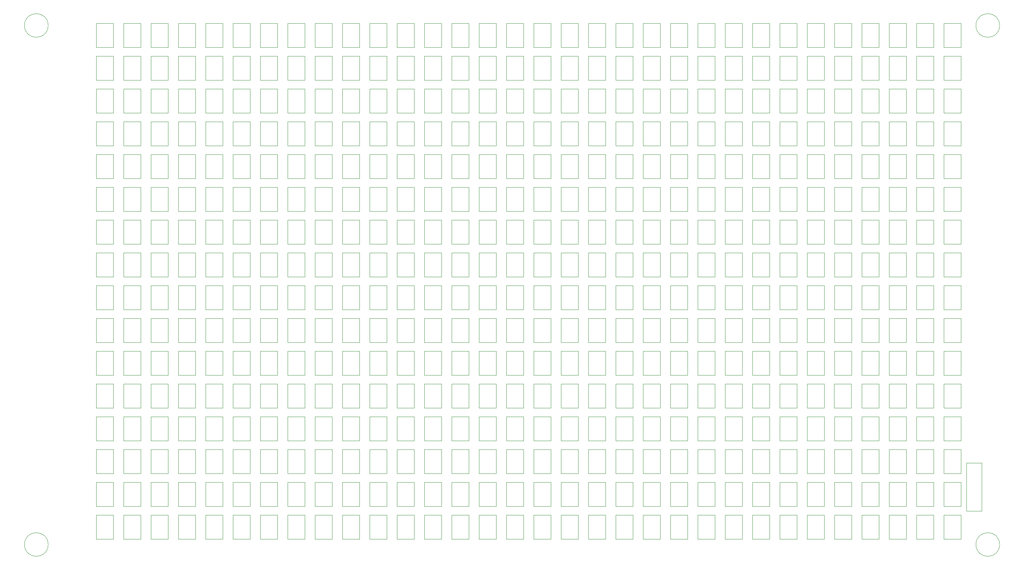
<source format=gbr>
G04 #@! TF.GenerationSoftware,KiCad,Pcbnew,(5.1.5-0-10_14)*
G04 #@! TF.CreationDate,2020-02-16T18:48:00-08:00*
G04 #@! TF.ProjectId,SpectrumAnayzerMini32,53706563-7472-4756-9d41-6e61797a6572,rev?*
G04 #@! TF.SameCoordinates,Original*
G04 #@! TF.FileFunction,Other,User*
%FSLAX46Y46*%
G04 Gerber Fmt 4.6, Leading zero omitted, Abs format (unit mm)*
G04 Created by KiCad (PCBNEW (5.1.5-0-10_14)) date 2020-02-16 18:48:00*
%MOMM*%
%LPD*%
G04 APERTURE LIST*
%ADD10C,0.050000*%
G04 APERTURE END LIST*
D10*
X243735000Y-132185000D02*
X240135000Y-132185000D01*
X243735000Y-143385000D02*
X243735000Y-132185000D01*
X240135000Y-143385000D02*
X243735000Y-143385000D01*
X240135000Y-132185000D02*
X240135000Y-143385000D01*
X247860000Y-151130000D02*
G75*
G03X247860000Y-151130000I-2750000J0D01*
G01*
X26880000Y-30480000D02*
G75*
G03X26880000Y-30480000I-2750000J0D01*
G01*
X247860000Y-30480000D02*
G75*
G03X247860000Y-30480000I-2750000J0D01*
G01*
X26880000Y-151130000D02*
G75*
G03X26880000Y-151130000I-2750000J0D01*
G01*
X234855000Y-149866000D02*
X238855000Y-149866000D01*
X238855000Y-149866000D02*
X238855000Y-144266000D01*
X238855000Y-144266000D02*
X234855000Y-144266000D01*
X234855000Y-144266000D02*
X234855000Y-149866000D01*
X234855000Y-142246000D02*
X238855000Y-142246000D01*
X238855000Y-142246000D02*
X238855000Y-136646000D01*
X238855000Y-136646000D02*
X234855000Y-136646000D01*
X234855000Y-136646000D02*
X234855000Y-142246000D01*
X234855000Y-134626000D02*
X238855000Y-134626000D01*
X238855000Y-134626000D02*
X238855000Y-129026000D01*
X238855000Y-129026000D02*
X234855000Y-129026000D01*
X234855000Y-129026000D02*
X234855000Y-134626000D01*
X234855000Y-127006000D02*
X238855000Y-127006000D01*
X238855000Y-127006000D02*
X238855000Y-121406000D01*
X238855000Y-121406000D02*
X234855000Y-121406000D01*
X234855000Y-121406000D02*
X234855000Y-127006000D01*
X234855000Y-119386000D02*
X238855000Y-119386000D01*
X238855000Y-119386000D02*
X238855000Y-113786000D01*
X238855000Y-113786000D02*
X234855000Y-113786000D01*
X234855000Y-113786000D02*
X234855000Y-119386000D01*
X234855000Y-111766000D02*
X238855000Y-111766000D01*
X238855000Y-111766000D02*
X238855000Y-106166000D01*
X238855000Y-106166000D02*
X234855000Y-106166000D01*
X234855000Y-106166000D02*
X234855000Y-111766000D01*
X234855000Y-104146000D02*
X238855000Y-104146000D01*
X238855000Y-104146000D02*
X238855000Y-98546000D01*
X238855000Y-98546000D02*
X234855000Y-98546000D01*
X234855000Y-98546000D02*
X234855000Y-104146000D01*
X234855000Y-96526000D02*
X238855000Y-96526000D01*
X238855000Y-96526000D02*
X238855000Y-90926000D01*
X238855000Y-90926000D02*
X234855000Y-90926000D01*
X234855000Y-90926000D02*
X234855000Y-96526000D01*
X234855000Y-88906000D02*
X238855000Y-88906000D01*
X238855000Y-88906000D02*
X238855000Y-83306000D01*
X238855000Y-83306000D02*
X234855000Y-83306000D01*
X234855000Y-83306000D02*
X234855000Y-88906000D01*
X234855000Y-81286000D02*
X238855000Y-81286000D01*
X238855000Y-81286000D02*
X238855000Y-75686000D01*
X238855000Y-75686000D02*
X234855000Y-75686000D01*
X234855000Y-75686000D02*
X234855000Y-81286000D01*
X234855000Y-73666000D02*
X238855000Y-73666000D01*
X238855000Y-73666000D02*
X238855000Y-68066000D01*
X238855000Y-68066000D02*
X234855000Y-68066000D01*
X234855000Y-68066000D02*
X234855000Y-73666000D01*
X234855000Y-66046000D02*
X238855000Y-66046000D01*
X238855000Y-66046000D02*
X238855000Y-60446000D01*
X238855000Y-60446000D02*
X234855000Y-60446000D01*
X234855000Y-60446000D02*
X234855000Y-66046000D01*
X234855000Y-58426000D02*
X238855000Y-58426000D01*
X238855000Y-58426000D02*
X238855000Y-52826000D01*
X238855000Y-52826000D02*
X234855000Y-52826000D01*
X234855000Y-52826000D02*
X234855000Y-58426000D01*
X234855000Y-50806000D02*
X238855000Y-50806000D01*
X238855000Y-50806000D02*
X238855000Y-45206000D01*
X238855000Y-45206000D02*
X234855000Y-45206000D01*
X234855000Y-45206000D02*
X234855000Y-50806000D01*
X234855000Y-43186000D02*
X238855000Y-43186000D01*
X238855000Y-43186000D02*
X238855000Y-37586000D01*
X238855000Y-37586000D02*
X234855000Y-37586000D01*
X234855000Y-37586000D02*
X234855000Y-43186000D01*
X234855000Y-35566000D02*
X238855000Y-35566000D01*
X238855000Y-35566000D02*
X238855000Y-29966000D01*
X238855000Y-29966000D02*
X234855000Y-29966000D01*
X234855000Y-29966000D02*
X234855000Y-35566000D01*
X228505000Y-149866000D02*
X232505000Y-149866000D01*
X232505000Y-149866000D02*
X232505000Y-144266000D01*
X232505000Y-144266000D02*
X228505000Y-144266000D01*
X228505000Y-144266000D02*
X228505000Y-149866000D01*
X228505000Y-142246000D02*
X232505000Y-142246000D01*
X232505000Y-142246000D02*
X232505000Y-136646000D01*
X232505000Y-136646000D02*
X228505000Y-136646000D01*
X228505000Y-136646000D02*
X228505000Y-142246000D01*
X228505000Y-134626000D02*
X232505000Y-134626000D01*
X232505000Y-134626000D02*
X232505000Y-129026000D01*
X232505000Y-129026000D02*
X228505000Y-129026000D01*
X228505000Y-129026000D02*
X228505000Y-134626000D01*
X228505000Y-127006000D02*
X232505000Y-127006000D01*
X232505000Y-127006000D02*
X232505000Y-121406000D01*
X232505000Y-121406000D02*
X228505000Y-121406000D01*
X228505000Y-121406000D02*
X228505000Y-127006000D01*
X228505000Y-119386000D02*
X232505000Y-119386000D01*
X232505000Y-119386000D02*
X232505000Y-113786000D01*
X232505000Y-113786000D02*
X228505000Y-113786000D01*
X228505000Y-113786000D02*
X228505000Y-119386000D01*
X228505000Y-111766000D02*
X232505000Y-111766000D01*
X232505000Y-111766000D02*
X232505000Y-106166000D01*
X232505000Y-106166000D02*
X228505000Y-106166000D01*
X228505000Y-106166000D02*
X228505000Y-111766000D01*
X228505000Y-104146000D02*
X232505000Y-104146000D01*
X232505000Y-104146000D02*
X232505000Y-98546000D01*
X232505000Y-98546000D02*
X228505000Y-98546000D01*
X228505000Y-98546000D02*
X228505000Y-104146000D01*
X228505000Y-96526000D02*
X232505000Y-96526000D01*
X232505000Y-96526000D02*
X232505000Y-90926000D01*
X232505000Y-90926000D02*
X228505000Y-90926000D01*
X228505000Y-90926000D02*
X228505000Y-96526000D01*
X228505000Y-88906000D02*
X232505000Y-88906000D01*
X232505000Y-88906000D02*
X232505000Y-83306000D01*
X232505000Y-83306000D02*
X228505000Y-83306000D01*
X228505000Y-83306000D02*
X228505000Y-88906000D01*
X228505000Y-81286000D02*
X232505000Y-81286000D01*
X232505000Y-81286000D02*
X232505000Y-75686000D01*
X232505000Y-75686000D02*
X228505000Y-75686000D01*
X228505000Y-75686000D02*
X228505000Y-81286000D01*
X228505000Y-73666000D02*
X232505000Y-73666000D01*
X232505000Y-73666000D02*
X232505000Y-68066000D01*
X232505000Y-68066000D02*
X228505000Y-68066000D01*
X228505000Y-68066000D02*
X228505000Y-73666000D01*
X228505000Y-66046000D02*
X232505000Y-66046000D01*
X232505000Y-66046000D02*
X232505000Y-60446000D01*
X232505000Y-60446000D02*
X228505000Y-60446000D01*
X228505000Y-60446000D02*
X228505000Y-66046000D01*
X228505000Y-58426000D02*
X232505000Y-58426000D01*
X232505000Y-58426000D02*
X232505000Y-52826000D01*
X232505000Y-52826000D02*
X228505000Y-52826000D01*
X228505000Y-52826000D02*
X228505000Y-58426000D01*
X228505000Y-50806000D02*
X232505000Y-50806000D01*
X232505000Y-50806000D02*
X232505000Y-45206000D01*
X232505000Y-45206000D02*
X228505000Y-45206000D01*
X228505000Y-45206000D02*
X228505000Y-50806000D01*
X228505000Y-43186000D02*
X232505000Y-43186000D01*
X232505000Y-43186000D02*
X232505000Y-37586000D01*
X232505000Y-37586000D02*
X228505000Y-37586000D01*
X228505000Y-37586000D02*
X228505000Y-43186000D01*
X228505000Y-35566000D02*
X232505000Y-35566000D01*
X232505000Y-35566000D02*
X232505000Y-29966000D01*
X232505000Y-29966000D02*
X228505000Y-29966000D01*
X228505000Y-29966000D02*
X228505000Y-35566000D01*
X222155000Y-149866000D02*
X226155000Y-149866000D01*
X226155000Y-149866000D02*
X226155000Y-144266000D01*
X226155000Y-144266000D02*
X222155000Y-144266000D01*
X222155000Y-144266000D02*
X222155000Y-149866000D01*
X222155000Y-142246000D02*
X226155000Y-142246000D01*
X226155000Y-142246000D02*
X226155000Y-136646000D01*
X226155000Y-136646000D02*
X222155000Y-136646000D01*
X222155000Y-136646000D02*
X222155000Y-142246000D01*
X222155000Y-134626000D02*
X226155000Y-134626000D01*
X226155000Y-134626000D02*
X226155000Y-129026000D01*
X226155000Y-129026000D02*
X222155000Y-129026000D01*
X222155000Y-129026000D02*
X222155000Y-134626000D01*
X222155000Y-127006000D02*
X226155000Y-127006000D01*
X226155000Y-127006000D02*
X226155000Y-121406000D01*
X226155000Y-121406000D02*
X222155000Y-121406000D01*
X222155000Y-121406000D02*
X222155000Y-127006000D01*
X222155000Y-119386000D02*
X226155000Y-119386000D01*
X226155000Y-119386000D02*
X226155000Y-113786000D01*
X226155000Y-113786000D02*
X222155000Y-113786000D01*
X222155000Y-113786000D02*
X222155000Y-119386000D01*
X222155000Y-111766000D02*
X226155000Y-111766000D01*
X226155000Y-111766000D02*
X226155000Y-106166000D01*
X226155000Y-106166000D02*
X222155000Y-106166000D01*
X222155000Y-106166000D02*
X222155000Y-111766000D01*
X222155000Y-104146000D02*
X226155000Y-104146000D01*
X226155000Y-104146000D02*
X226155000Y-98546000D01*
X226155000Y-98546000D02*
X222155000Y-98546000D01*
X222155000Y-98546000D02*
X222155000Y-104146000D01*
X222155000Y-96526000D02*
X226155000Y-96526000D01*
X226155000Y-96526000D02*
X226155000Y-90926000D01*
X226155000Y-90926000D02*
X222155000Y-90926000D01*
X222155000Y-90926000D02*
X222155000Y-96526000D01*
X222155000Y-88906000D02*
X226155000Y-88906000D01*
X226155000Y-88906000D02*
X226155000Y-83306000D01*
X226155000Y-83306000D02*
X222155000Y-83306000D01*
X222155000Y-83306000D02*
X222155000Y-88906000D01*
X222155000Y-81286000D02*
X226155000Y-81286000D01*
X226155000Y-81286000D02*
X226155000Y-75686000D01*
X226155000Y-75686000D02*
X222155000Y-75686000D01*
X222155000Y-75686000D02*
X222155000Y-81286000D01*
X222155000Y-73666000D02*
X226155000Y-73666000D01*
X226155000Y-73666000D02*
X226155000Y-68066000D01*
X226155000Y-68066000D02*
X222155000Y-68066000D01*
X222155000Y-68066000D02*
X222155000Y-73666000D01*
X222155000Y-66046000D02*
X226155000Y-66046000D01*
X226155000Y-66046000D02*
X226155000Y-60446000D01*
X226155000Y-60446000D02*
X222155000Y-60446000D01*
X222155000Y-60446000D02*
X222155000Y-66046000D01*
X222155000Y-58426000D02*
X226155000Y-58426000D01*
X226155000Y-58426000D02*
X226155000Y-52826000D01*
X226155000Y-52826000D02*
X222155000Y-52826000D01*
X222155000Y-52826000D02*
X222155000Y-58426000D01*
X222155000Y-50806000D02*
X226155000Y-50806000D01*
X226155000Y-50806000D02*
X226155000Y-45206000D01*
X226155000Y-45206000D02*
X222155000Y-45206000D01*
X222155000Y-45206000D02*
X222155000Y-50806000D01*
X222155000Y-43186000D02*
X226155000Y-43186000D01*
X226155000Y-43186000D02*
X226155000Y-37586000D01*
X226155000Y-37586000D02*
X222155000Y-37586000D01*
X222155000Y-37586000D02*
X222155000Y-43186000D01*
X222155000Y-35566000D02*
X226155000Y-35566000D01*
X226155000Y-35566000D02*
X226155000Y-29966000D01*
X226155000Y-29966000D02*
X222155000Y-29966000D01*
X222155000Y-29966000D02*
X222155000Y-35566000D01*
X215805000Y-149866000D02*
X219805000Y-149866000D01*
X219805000Y-149866000D02*
X219805000Y-144266000D01*
X219805000Y-144266000D02*
X215805000Y-144266000D01*
X215805000Y-144266000D02*
X215805000Y-149866000D01*
X215805000Y-142246000D02*
X219805000Y-142246000D01*
X219805000Y-142246000D02*
X219805000Y-136646000D01*
X219805000Y-136646000D02*
X215805000Y-136646000D01*
X215805000Y-136646000D02*
X215805000Y-142246000D01*
X215805000Y-134626000D02*
X219805000Y-134626000D01*
X219805000Y-134626000D02*
X219805000Y-129026000D01*
X219805000Y-129026000D02*
X215805000Y-129026000D01*
X215805000Y-129026000D02*
X215805000Y-134626000D01*
X215805000Y-127006000D02*
X219805000Y-127006000D01*
X219805000Y-127006000D02*
X219805000Y-121406000D01*
X219805000Y-121406000D02*
X215805000Y-121406000D01*
X215805000Y-121406000D02*
X215805000Y-127006000D01*
X215805000Y-119386000D02*
X219805000Y-119386000D01*
X219805000Y-119386000D02*
X219805000Y-113786000D01*
X219805000Y-113786000D02*
X215805000Y-113786000D01*
X215805000Y-113786000D02*
X215805000Y-119386000D01*
X215805000Y-111766000D02*
X219805000Y-111766000D01*
X219805000Y-111766000D02*
X219805000Y-106166000D01*
X219805000Y-106166000D02*
X215805000Y-106166000D01*
X215805000Y-106166000D02*
X215805000Y-111766000D01*
X215805000Y-104146000D02*
X219805000Y-104146000D01*
X219805000Y-104146000D02*
X219805000Y-98546000D01*
X219805000Y-98546000D02*
X215805000Y-98546000D01*
X215805000Y-98546000D02*
X215805000Y-104146000D01*
X215805000Y-96526000D02*
X219805000Y-96526000D01*
X219805000Y-96526000D02*
X219805000Y-90926000D01*
X219805000Y-90926000D02*
X215805000Y-90926000D01*
X215805000Y-90926000D02*
X215805000Y-96526000D01*
X215805000Y-88906000D02*
X219805000Y-88906000D01*
X219805000Y-88906000D02*
X219805000Y-83306000D01*
X219805000Y-83306000D02*
X215805000Y-83306000D01*
X215805000Y-83306000D02*
X215805000Y-88906000D01*
X215805000Y-81286000D02*
X219805000Y-81286000D01*
X219805000Y-81286000D02*
X219805000Y-75686000D01*
X219805000Y-75686000D02*
X215805000Y-75686000D01*
X215805000Y-75686000D02*
X215805000Y-81286000D01*
X215805000Y-73666000D02*
X219805000Y-73666000D01*
X219805000Y-73666000D02*
X219805000Y-68066000D01*
X219805000Y-68066000D02*
X215805000Y-68066000D01*
X215805000Y-68066000D02*
X215805000Y-73666000D01*
X215805000Y-66046000D02*
X219805000Y-66046000D01*
X219805000Y-66046000D02*
X219805000Y-60446000D01*
X219805000Y-60446000D02*
X215805000Y-60446000D01*
X215805000Y-60446000D02*
X215805000Y-66046000D01*
X215805000Y-58426000D02*
X219805000Y-58426000D01*
X219805000Y-58426000D02*
X219805000Y-52826000D01*
X219805000Y-52826000D02*
X215805000Y-52826000D01*
X215805000Y-52826000D02*
X215805000Y-58426000D01*
X215805000Y-50806000D02*
X219805000Y-50806000D01*
X219805000Y-50806000D02*
X219805000Y-45206000D01*
X219805000Y-45206000D02*
X215805000Y-45206000D01*
X215805000Y-45206000D02*
X215805000Y-50806000D01*
X215805000Y-43186000D02*
X219805000Y-43186000D01*
X219805000Y-43186000D02*
X219805000Y-37586000D01*
X219805000Y-37586000D02*
X215805000Y-37586000D01*
X215805000Y-37586000D02*
X215805000Y-43186000D01*
X215805000Y-35566000D02*
X219805000Y-35566000D01*
X219805000Y-35566000D02*
X219805000Y-29966000D01*
X219805000Y-29966000D02*
X215805000Y-29966000D01*
X215805000Y-29966000D02*
X215805000Y-35566000D01*
X209455000Y-149866000D02*
X213455000Y-149866000D01*
X213455000Y-149866000D02*
X213455000Y-144266000D01*
X213455000Y-144266000D02*
X209455000Y-144266000D01*
X209455000Y-144266000D02*
X209455000Y-149866000D01*
X209455000Y-142246000D02*
X213455000Y-142246000D01*
X213455000Y-142246000D02*
X213455000Y-136646000D01*
X213455000Y-136646000D02*
X209455000Y-136646000D01*
X209455000Y-136646000D02*
X209455000Y-142246000D01*
X209455000Y-134626000D02*
X213455000Y-134626000D01*
X213455000Y-134626000D02*
X213455000Y-129026000D01*
X213455000Y-129026000D02*
X209455000Y-129026000D01*
X209455000Y-129026000D02*
X209455000Y-134626000D01*
X209455000Y-127006000D02*
X213455000Y-127006000D01*
X213455000Y-127006000D02*
X213455000Y-121406000D01*
X213455000Y-121406000D02*
X209455000Y-121406000D01*
X209455000Y-121406000D02*
X209455000Y-127006000D01*
X209395000Y-119386000D02*
X213395000Y-119386000D01*
X213395000Y-119386000D02*
X213395000Y-113786000D01*
X213395000Y-113786000D02*
X209395000Y-113786000D01*
X209395000Y-113786000D02*
X209395000Y-119386000D01*
X209455000Y-111766000D02*
X213455000Y-111766000D01*
X213455000Y-111766000D02*
X213455000Y-106166000D01*
X213455000Y-106166000D02*
X209455000Y-106166000D01*
X209455000Y-106166000D02*
X209455000Y-111766000D01*
X209455000Y-104146000D02*
X213455000Y-104146000D01*
X213455000Y-104146000D02*
X213455000Y-98546000D01*
X213455000Y-98546000D02*
X209455000Y-98546000D01*
X209455000Y-98546000D02*
X209455000Y-104146000D01*
X209455000Y-96526000D02*
X213455000Y-96526000D01*
X213455000Y-96526000D02*
X213455000Y-90926000D01*
X213455000Y-90926000D02*
X209455000Y-90926000D01*
X209455000Y-90926000D02*
X209455000Y-96526000D01*
X209455000Y-88906000D02*
X213455000Y-88906000D01*
X213455000Y-88906000D02*
X213455000Y-83306000D01*
X213455000Y-83306000D02*
X209455000Y-83306000D01*
X209455000Y-83306000D02*
X209455000Y-88906000D01*
X209455000Y-81286000D02*
X213455000Y-81286000D01*
X213455000Y-81286000D02*
X213455000Y-75686000D01*
X213455000Y-75686000D02*
X209455000Y-75686000D01*
X209455000Y-75686000D02*
X209455000Y-81286000D01*
X209455000Y-73666000D02*
X213455000Y-73666000D01*
X213455000Y-73666000D02*
X213455000Y-68066000D01*
X213455000Y-68066000D02*
X209455000Y-68066000D01*
X209455000Y-68066000D02*
X209455000Y-73666000D01*
X209455000Y-66046000D02*
X213455000Y-66046000D01*
X213455000Y-66046000D02*
X213455000Y-60446000D01*
X213455000Y-60446000D02*
X209455000Y-60446000D01*
X209455000Y-60446000D02*
X209455000Y-66046000D01*
X209455000Y-58426000D02*
X213455000Y-58426000D01*
X213455000Y-58426000D02*
X213455000Y-52826000D01*
X213455000Y-52826000D02*
X209455000Y-52826000D01*
X209455000Y-52826000D02*
X209455000Y-58426000D01*
X209455000Y-50806000D02*
X213455000Y-50806000D01*
X213455000Y-50806000D02*
X213455000Y-45206000D01*
X213455000Y-45206000D02*
X209455000Y-45206000D01*
X209455000Y-45206000D02*
X209455000Y-50806000D01*
X209455000Y-43186000D02*
X213455000Y-43186000D01*
X213455000Y-43186000D02*
X213455000Y-37586000D01*
X213455000Y-37586000D02*
X209455000Y-37586000D01*
X209455000Y-37586000D02*
X209455000Y-43186000D01*
X209455000Y-35566000D02*
X213455000Y-35566000D01*
X213455000Y-35566000D02*
X213455000Y-29966000D01*
X213455000Y-29966000D02*
X209455000Y-29966000D01*
X209455000Y-29966000D02*
X209455000Y-35566000D01*
X203105000Y-149866000D02*
X207105000Y-149866000D01*
X207105000Y-149866000D02*
X207105000Y-144266000D01*
X207105000Y-144266000D02*
X203105000Y-144266000D01*
X203105000Y-144266000D02*
X203105000Y-149866000D01*
X203105000Y-142246000D02*
X207105000Y-142246000D01*
X207105000Y-142246000D02*
X207105000Y-136646000D01*
X207105000Y-136646000D02*
X203105000Y-136646000D01*
X203105000Y-136646000D02*
X203105000Y-142246000D01*
X203105000Y-134626000D02*
X207105000Y-134626000D01*
X207105000Y-134626000D02*
X207105000Y-129026000D01*
X207105000Y-129026000D02*
X203105000Y-129026000D01*
X203105000Y-129026000D02*
X203105000Y-134626000D01*
X203105000Y-127006000D02*
X207105000Y-127006000D01*
X207105000Y-127006000D02*
X207105000Y-121406000D01*
X207105000Y-121406000D02*
X203105000Y-121406000D01*
X203105000Y-121406000D02*
X203105000Y-127006000D01*
X203105000Y-119386000D02*
X207105000Y-119386000D01*
X207105000Y-119386000D02*
X207105000Y-113786000D01*
X207105000Y-113786000D02*
X203105000Y-113786000D01*
X203105000Y-113786000D02*
X203105000Y-119386000D01*
X203105000Y-111766000D02*
X207105000Y-111766000D01*
X207105000Y-111766000D02*
X207105000Y-106166000D01*
X207105000Y-106166000D02*
X203105000Y-106166000D01*
X203105000Y-106166000D02*
X203105000Y-111766000D01*
X203105000Y-104146000D02*
X207105000Y-104146000D01*
X207105000Y-104146000D02*
X207105000Y-98546000D01*
X207105000Y-98546000D02*
X203105000Y-98546000D01*
X203105000Y-98546000D02*
X203105000Y-104146000D01*
X203105000Y-96526000D02*
X207105000Y-96526000D01*
X207105000Y-96526000D02*
X207105000Y-90926000D01*
X207105000Y-90926000D02*
X203105000Y-90926000D01*
X203105000Y-90926000D02*
X203105000Y-96526000D01*
X203105000Y-88906000D02*
X207105000Y-88906000D01*
X207105000Y-88906000D02*
X207105000Y-83306000D01*
X207105000Y-83306000D02*
X203105000Y-83306000D01*
X203105000Y-83306000D02*
X203105000Y-88906000D01*
X203105000Y-81286000D02*
X207105000Y-81286000D01*
X207105000Y-81286000D02*
X207105000Y-75686000D01*
X207105000Y-75686000D02*
X203105000Y-75686000D01*
X203105000Y-75686000D02*
X203105000Y-81286000D01*
X203105000Y-73666000D02*
X207105000Y-73666000D01*
X207105000Y-73666000D02*
X207105000Y-68066000D01*
X207105000Y-68066000D02*
X203105000Y-68066000D01*
X203105000Y-68066000D02*
X203105000Y-73666000D01*
X203105000Y-66046000D02*
X207105000Y-66046000D01*
X207105000Y-66046000D02*
X207105000Y-60446000D01*
X207105000Y-60446000D02*
X203105000Y-60446000D01*
X203105000Y-60446000D02*
X203105000Y-66046000D01*
X203105000Y-58426000D02*
X207105000Y-58426000D01*
X207105000Y-58426000D02*
X207105000Y-52826000D01*
X207105000Y-52826000D02*
X203105000Y-52826000D01*
X203105000Y-52826000D02*
X203105000Y-58426000D01*
X203105000Y-50806000D02*
X207105000Y-50806000D01*
X207105000Y-50806000D02*
X207105000Y-45206000D01*
X207105000Y-45206000D02*
X203105000Y-45206000D01*
X203105000Y-45206000D02*
X203105000Y-50806000D01*
X203105000Y-43186000D02*
X207105000Y-43186000D01*
X207105000Y-43186000D02*
X207105000Y-37586000D01*
X207105000Y-37586000D02*
X203105000Y-37586000D01*
X203105000Y-37586000D02*
X203105000Y-43186000D01*
X203105000Y-35566000D02*
X207105000Y-35566000D01*
X207105000Y-35566000D02*
X207105000Y-29966000D01*
X207105000Y-29966000D02*
X203105000Y-29966000D01*
X203105000Y-29966000D02*
X203105000Y-35566000D01*
X196755000Y-149866000D02*
X200755000Y-149866000D01*
X200755000Y-149866000D02*
X200755000Y-144266000D01*
X200755000Y-144266000D02*
X196755000Y-144266000D01*
X196755000Y-144266000D02*
X196755000Y-149866000D01*
X196755000Y-142246000D02*
X200755000Y-142246000D01*
X200755000Y-142246000D02*
X200755000Y-136646000D01*
X200755000Y-136646000D02*
X196755000Y-136646000D01*
X196755000Y-136646000D02*
X196755000Y-142246000D01*
X196755000Y-134626000D02*
X200755000Y-134626000D01*
X200755000Y-134626000D02*
X200755000Y-129026000D01*
X200755000Y-129026000D02*
X196755000Y-129026000D01*
X196755000Y-129026000D02*
X196755000Y-134626000D01*
X196755000Y-127006000D02*
X200755000Y-127006000D01*
X200755000Y-127006000D02*
X200755000Y-121406000D01*
X200755000Y-121406000D02*
X196755000Y-121406000D01*
X196755000Y-121406000D02*
X196755000Y-127006000D01*
X196755000Y-119386000D02*
X200755000Y-119386000D01*
X200755000Y-119386000D02*
X200755000Y-113786000D01*
X200755000Y-113786000D02*
X196755000Y-113786000D01*
X196755000Y-113786000D02*
X196755000Y-119386000D01*
X196755000Y-111766000D02*
X200755000Y-111766000D01*
X200755000Y-111766000D02*
X200755000Y-106166000D01*
X200755000Y-106166000D02*
X196755000Y-106166000D01*
X196755000Y-106166000D02*
X196755000Y-111766000D01*
X196755000Y-104146000D02*
X200755000Y-104146000D01*
X200755000Y-104146000D02*
X200755000Y-98546000D01*
X200755000Y-98546000D02*
X196755000Y-98546000D01*
X196755000Y-98546000D02*
X196755000Y-104146000D01*
X196755000Y-96526000D02*
X200755000Y-96526000D01*
X200755000Y-96526000D02*
X200755000Y-90926000D01*
X200755000Y-90926000D02*
X196755000Y-90926000D01*
X196755000Y-90926000D02*
X196755000Y-96526000D01*
X196755000Y-88906000D02*
X200755000Y-88906000D01*
X200755000Y-88906000D02*
X200755000Y-83306000D01*
X200755000Y-83306000D02*
X196755000Y-83306000D01*
X196755000Y-83306000D02*
X196755000Y-88906000D01*
X196755000Y-81286000D02*
X200755000Y-81286000D01*
X200755000Y-81286000D02*
X200755000Y-75686000D01*
X200755000Y-75686000D02*
X196755000Y-75686000D01*
X196755000Y-75686000D02*
X196755000Y-81286000D01*
X196755000Y-73666000D02*
X200755000Y-73666000D01*
X200755000Y-73666000D02*
X200755000Y-68066000D01*
X200755000Y-68066000D02*
X196755000Y-68066000D01*
X196755000Y-68066000D02*
X196755000Y-73666000D01*
X196755000Y-66046000D02*
X200755000Y-66046000D01*
X200755000Y-66046000D02*
X200755000Y-60446000D01*
X200755000Y-60446000D02*
X196755000Y-60446000D01*
X196755000Y-60446000D02*
X196755000Y-66046000D01*
X196755000Y-58426000D02*
X200755000Y-58426000D01*
X200755000Y-58426000D02*
X200755000Y-52826000D01*
X200755000Y-52826000D02*
X196755000Y-52826000D01*
X196755000Y-52826000D02*
X196755000Y-58426000D01*
X196755000Y-50806000D02*
X200755000Y-50806000D01*
X200755000Y-50806000D02*
X200755000Y-45206000D01*
X200755000Y-45206000D02*
X196755000Y-45206000D01*
X196755000Y-45206000D02*
X196755000Y-50806000D01*
X196755000Y-43186000D02*
X200755000Y-43186000D01*
X200755000Y-43186000D02*
X200755000Y-37586000D01*
X200755000Y-37586000D02*
X196755000Y-37586000D01*
X196755000Y-37586000D02*
X196755000Y-43186000D01*
X196755000Y-35566000D02*
X200755000Y-35566000D01*
X200755000Y-35566000D02*
X200755000Y-29966000D01*
X200755000Y-29966000D02*
X196755000Y-29966000D01*
X196755000Y-29966000D02*
X196755000Y-35566000D01*
X190405000Y-149866000D02*
X194405000Y-149866000D01*
X194405000Y-149866000D02*
X194405000Y-144266000D01*
X194405000Y-144266000D02*
X190405000Y-144266000D01*
X190405000Y-144266000D02*
X190405000Y-149866000D01*
X190405000Y-142246000D02*
X194405000Y-142246000D01*
X194405000Y-142246000D02*
X194405000Y-136646000D01*
X194405000Y-136646000D02*
X190405000Y-136646000D01*
X190405000Y-136646000D02*
X190405000Y-142246000D01*
X190405000Y-134626000D02*
X194405000Y-134626000D01*
X194405000Y-134626000D02*
X194405000Y-129026000D01*
X194405000Y-129026000D02*
X190405000Y-129026000D01*
X190405000Y-129026000D02*
X190405000Y-134626000D01*
X190405000Y-127006000D02*
X194405000Y-127006000D01*
X194405000Y-127006000D02*
X194405000Y-121406000D01*
X194405000Y-121406000D02*
X190405000Y-121406000D01*
X190405000Y-121406000D02*
X190405000Y-127006000D01*
X190405000Y-119386000D02*
X194405000Y-119386000D01*
X194405000Y-119386000D02*
X194405000Y-113786000D01*
X194405000Y-113786000D02*
X190405000Y-113786000D01*
X190405000Y-113786000D02*
X190405000Y-119386000D01*
X190405000Y-111766000D02*
X194405000Y-111766000D01*
X194405000Y-111766000D02*
X194405000Y-106166000D01*
X194405000Y-106166000D02*
X190405000Y-106166000D01*
X190405000Y-106166000D02*
X190405000Y-111766000D01*
X190405000Y-104146000D02*
X194405000Y-104146000D01*
X194405000Y-104146000D02*
X194405000Y-98546000D01*
X194405000Y-98546000D02*
X190405000Y-98546000D01*
X190405000Y-98546000D02*
X190405000Y-104146000D01*
X190405000Y-96526000D02*
X194405000Y-96526000D01*
X194405000Y-96526000D02*
X194405000Y-90926000D01*
X194405000Y-90926000D02*
X190405000Y-90926000D01*
X190405000Y-90926000D02*
X190405000Y-96526000D01*
X190405000Y-88906000D02*
X194405000Y-88906000D01*
X194405000Y-88906000D02*
X194405000Y-83306000D01*
X194405000Y-83306000D02*
X190405000Y-83306000D01*
X190405000Y-83306000D02*
X190405000Y-88906000D01*
X190405000Y-81286000D02*
X194405000Y-81286000D01*
X194405000Y-81286000D02*
X194405000Y-75686000D01*
X194405000Y-75686000D02*
X190405000Y-75686000D01*
X190405000Y-75686000D02*
X190405000Y-81286000D01*
X190405000Y-73666000D02*
X194405000Y-73666000D01*
X194405000Y-73666000D02*
X194405000Y-68066000D01*
X194405000Y-68066000D02*
X190405000Y-68066000D01*
X190405000Y-68066000D02*
X190405000Y-73666000D01*
X190405000Y-66046000D02*
X194405000Y-66046000D01*
X194405000Y-66046000D02*
X194405000Y-60446000D01*
X194405000Y-60446000D02*
X190405000Y-60446000D01*
X190405000Y-60446000D02*
X190405000Y-66046000D01*
X190405000Y-58426000D02*
X194405000Y-58426000D01*
X194405000Y-58426000D02*
X194405000Y-52826000D01*
X194405000Y-52826000D02*
X190405000Y-52826000D01*
X190405000Y-52826000D02*
X190405000Y-58426000D01*
X190405000Y-50806000D02*
X194405000Y-50806000D01*
X194405000Y-50806000D02*
X194405000Y-45206000D01*
X194405000Y-45206000D02*
X190405000Y-45206000D01*
X190405000Y-45206000D02*
X190405000Y-50806000D01*
X190405000Y-43186000D02*
X194405000Y-43186000D01*
X194405000Y-43186000D02*
X194405000Y-37586000D01*
X194405000Y-37586000D02*
X190405000Y-37586000D01*
X190405000Y-37586000D02*
X190405000Y-43186000D01*
X190405000Y-35566000D02*
X194405000Y-35566000D01*
X194405000Y-35566000D02*
X194405000Y-29966000D01*
X194405000Y-29966000D02*
X190405000Y-29966000D01*
X190405000Y-29966000D02*
X190405000Y-35566000D01*
X184055000Y-149866000D02*
X188055000Y-149866000D01*
X188055000Y-149866000D02*
X188055000Y-144266000D01*
X188055000Y-144266000D02*
X184055000Y-144266000D01*
X184055000Y-144266000D02*
X184055000Y-149866000D01*
X184055000Y-142246000D02*
X188055000Y-142246000D01*
X188055000Y-142246000D02*
X188055000Y-136646000D01*
X188055000Y-136646000D02*
X184055000Y-136646000D01*
X184055000Y-136646000D02*
X184055000Y-142246000D01*
X184055000Y-134626000D02*
X188055000Y-134626000D01*
X188055000Y-134626000D02*
X188055000Y-129026000D01*
X188055000Y-129026000D02*
X184055000Y-129026000D01*
X184055000Y-129026000D02*
X184055000Y-134626000D01*
X184055000Y-127006000D02*
X188055000Y-127006000D01*
X188055000Y-127006000D02*
X188055000Y-121406000D01*
X188055000Y-121406000D02*
X184055000Y-121406000D01*
X184055000Y-121406000D02*
X184055000Y-127006000D01*
X184055000Y-119386000D02*
X188055000Y-119386000D01*
X188055000Y-119386000D02*
X188055000Y-113786000D01*
X188055000Y-113786000D02*
X184055000Y-113786000D01*
X184055000Y-113786000D02*
X184055000Y-119386000D01*
X184055000Y-111766000D02*
X188055000Y-111766000D01*
X188055000Y-111766000D02*
X188055000Y-106166000D01*
X188055000Y-106166000D02*
X184055000Y-106166000D01*
X184055000Y-106166000D02*
X184055000Y-111766000D01*
X184055000Y-104146000D02*
X188055000Y-104146000D01*
X188055000Y-104146000D02*
X188055000Y-98546000D01*
X188055000Y-98546000D02*
X184055000Y-98546000D01*
X184055000Y-98546000D02*
X184055000Y-104146000D01*
X184055000Y-96526000D02*
X188055000Y-96526000D01*
X188055000Y-96526000D02*
X188055000Y-90926000D01*
X188055000Y-90926000D02*
X184055000Y-90926000D01*
X184055000Y-90926000D02*
X184055000Y-96526000D01*
X184055000Y-88906000D02*
X188055000Y-88906000D01*
X188055000Y-88906000D02*
X188055000Y-83306000D01*
X188055000Y-83306000D02*
X184055000Y-83306000D01*
X184055000Y-83306000D02*
X184055000Y-88906000D01*
X184055000Y-81286000D02*
X188055000Y-81286000D01*
X188055000Y-81286000D02*
X188055000Y-75686000D01*
X188055000Y-75686000D02*
X184055000Y-75686000D01*
X184055000Y-75686000D02*
X184055000Y-81286000D01*
X184055000Y-73666000D02*
X188055000Y-73666000D01*
X188055000Y-73666000D02*
X188055000Y-68066000D01*
X188055000Y-68066000D02*
X184055000Y-68066000D01*
X184055000Y-68066000D02*
X184055000Y-73666000D01*
X184055000Y-66046000D02*
X188055000Y-66046000D01*
X188055000Y-66046000D02*
X188055000Y-60446000D01*
X188055000Y-60446000D02*
X184055000Y-60446000D01*
X184055000Y-60446000D02*
X184055000Y-66046000D01*
X184055000Y-58426000D02*
X188055000Y-58426000D01*
X188055000Y-58426000D02*
X188055000Y-52826000D01*
X188055000Y-52826000D02*
X184055000Y-52826000D01*
X184055000Y-52826000D02*
X184055000Y-58426000D01*
X184055000Y-50806000D02*
X188055000Y-50806000D01*
X188055000Y-50806000D02*
X188055000Y-45206000D01*
X188055000Y-45206000D02*
X184055000Y-45206000D01*
X184055000Y-45206000D02*
X184055000Y-50806000D01*
X184055000Y-43186000D02*
X188055000Y-43186000D01*
X188055000Y-43186000D02*
X188055000Y-37586000D01*
X188055000Y-37586000D02*
X184055000Y-37586000D01*
X184055000Y-37586000D02*
X184055000Y-43186000D01*
X184055000Y-35566000D02*
X188055000Y-35566000D01*
X188055000Y-35566000D02*
X188055000Y-29966000D01*
X188055000Y-29966000D02*
X184055000Y-29966000D01*
X184055000Y-29966000D02*
X184055000Y-35566000D01*
X177705000Y-149866000D02*
X181705000Y-149866000D01*
X181705000Y-149866000D02*
X181705000Y-144266000D01*
X181705000Y-144266000D02*
X177705000Y-144266000D01*
X177705000Y-144266000D02*
X177705000Y-149866000D01*
X177705000Y-142246000D02*
X181705000Y-142246000D01*
X181705000Y-142246000D02*
X181705000Y-136646000D01*
X181705000Y-136646000D02*
X177705000Y-136646000D01*
X177705000Y-136646000D02*
X177705000Y-142246000D01*
X177705000Y-134626000D02*
X181705000Y-134626000D01*
X181705000Y-134626000D02*
X181705000Y-129026000D01*
X181705000Y-129026000D02*
X177705000Y-129026000D01*
X177705000Y-129026000D02*
X177705000Y-134626000D01*
X177705000Y-127006000D02*
X181705000Y-127006000D01*
X181705000Y-127006000D02*
X181705000Y-121406000D01*
X181705000Y-121406000D02*
X177705000Y-121406000D01*
X177705000Y-121406000D02*
X177705000Y-127006000D01*
X177705000Y-119386000D02*
X181705000Y-119386000D01*
X181705000Y-119386000D02*
X181705000Y-113786000D01*
X181705000Y-113786000D02*
X177705000Y-113786000D01*
X177705000Y-113786000D02*
X177705000Y-119386000D01*
X177705000Y-111766000D02*
X181705000Y-111766000D01*
X181705000Y-111766000D02*
X181705000Y-106166000D01*
X181705000Y-106166000D02*
X177705000Y-106166000D01*
X177705000Y-106166000D02*
X177705000Y-111766000D01*
X177705000Y-104146000D02*
X181705000Y-104146000D01*
X181705000Y-104146000D02*
X181705000Y-98546000D01*
X181705000Y-98546000D02*
X177705000Y-98546000D01*
X177705000Y-98546000D02*
X177705000Y-104146000D01*
X177705000Y-96526000D02*
X181705000Y-96526000D01*
X181705000Y-96526000D02*
X181705000Y-90926000D01*
X181705000Y-90926000D02*
X177705000Y-90926000D01*
X177705000Y-90926000D02*
X177705000Y-96526000D01*
X177705000Y-88906000D02*
X181705000Y-88906000D01*
X181705000Y-88906000D02*
X181705000Y-83306000D01*
X181705000Y-83306000D02*
X177705000Y-83306000D01*
X177705000Y-83306000D02*
X177705000Y-88906000D01*
X177705000Y-81286000D02*
X181705000Y-81286000D01*
X181705000Y-81286000D02*
X181705000Y-75686000D01*
X181705000Y-75686000D02*
X177705000Y-75686000D01*
X177705000Y-75686000D02*
X177705000Y-81286000D01*
X177705000Y-73666000D02*
X181705000Y-73666000D01*
X181705000Y-73666000D02*
X181705000Y-68066000D01*
X181705000Y-68066000D02*
X177705000Y-68066000D01*
X177705000Y-68066000D02*
X177705000Y-73666000D01*
X177705000Y-66046000D02*
X181705000Y-66046000D01*
X181705000Y-66046000D02*
X181705000Y-60446000D01*
X181705000Y-60446000D02*
X177705000Y-60446000D01*
X177705000Y-60446000D02*
X177705000Y-66046000D01*
X177705000Y-58426000D02*
X181705000Y-58426000D01*
X181705000Y-58426000D02*
X181705000Y-52826000D01*
X181705000Y-52826000D02*
X177705000Y-52826000D01*
X177705000Y-52826000D02*
X177705000Y-58426000D01*
X177705000Y-50806000D02*
X181705000Y-50806000D01*
X181705000Y-50806000D02*
X181705000Y-45206000D01*
X181705000Y-45206000D02*
X177705000Y-45206000D01*
X177705000Y-45206000D02*
X177705000Y-50806000D01*
X177705000Y-43186000D02*
X181705000Y-43186000D01*
X181705000Y-43186000D02*
X181705000Y-37586000D01*
X181705000Y-37586000D02*
X177705000Y-37586000D01*
X177705000Y-37586000D02*
X177705000Y-43186000D01*
X177705000Y-35566000D02*
X181705000Y-35566000D01*
X181705000Y-35566000D02*
X181705000Y-29966000D01*
X181705000Y-29966000D02*
X177705000Y-29966000D01*
X177705000Y-29966000D02*
X177705000Y-35566000D01*
X171355000Y-149866000D02*
X175355000Y-149866000D01*
X175355000Y-149866000D02*
X175355000Y-144266000D01*
X175355000Y-144266000D02*
X171355000Y-144266000D01*
X171355000Y-144266000D02*
X171355000Y-149866000D01*
X171355000Y-142246000D02*
X175355000Y-142246000D01*
X175355000Y-142246000D02*
X175355000Y-136646000D01*
X175355000Y-136646000D02*
X171355000Y-136646000D01*
X171355000Y-136646000D02*
X171355000Y-142246000D01*
X171355000Y-134626000D02*
X175355000Y-134626000D01*
X175355000Y-134626000D02*
X175355000Y-129026000D01*
X175355000Y-129026000D02*
X171355000Y-129026000D01*
X171355000Y-129026000D02*
X171355000Y-134626000D01*
X171355000Y-127006000D02*
X175355000Y-127006000D01*
X175355000Y-127006000D02*
X175355000Y-121406000D01*
X175355000Y-121406000D02*
X171355000Y-121406000D01*
X171355000Y-121406000D02*
X171355000Y-127006000D01*
X171355000Y-119386000D02*
X175355000Y-119386000D01*
X175355000Y-119386000D02*
X175355000Y-113786000D01*
X175355000Y-113786000D02*
X171355000Y-113786000D01*
X171355000Y-113786000D02*
X171355000Y-119386000D01*
X171355000Y-111766000D02*
X175355000Y-111766000D01*
X175355000Y-111766000D02*
X175355000Y-106166000D01*
X175355000Y-106166000D02*
X171355000Y-106166000D01*
X171355000Y-106166000D02*
X171355000Y-111766000D01*
X171355000Y-104146000D02*
X175355000Y-104146000D01*
X175355000Y-104146000D02*
X175355000Y-98546000D01*
X175355000Y-98546000D02*
X171355000Y-98546000D01*
X171355000Y-98546000D02*
X171355000Y-104146000D01*
X171355000Y-96526000D02*
X175355000Y-96526000D01*
X175355000Y-96526000D02*
X175355000Y-90926000D01*
X175355000Y-90926000D02*
X171355000Y-90926000D01*
X171355000Y-90926000D02*
X171355000Y-96526000D01*
X171355000Y-88906000D02*
X175355000Y-88906000D01*
X175355000Y-88906000D02*
X175355000Y-83306000D01*
X175355000Y-83306000D02*
X171355000Y-83306000D01*
X171355000Y-83306000D02*
X171355000Y-88906000D01*
X171355000Y-81286000D02*
X175355000Y-81286000D01*
X175355000Y-81286000D02*
X175355000Y-75686000D01*
X175355000Y-75686000D02*
X171355000Y-75686000D01*
X171355000Y-75686000D02*
X171355000Y-81286000D01*
X171355000Y-73666000D02*
X175355000Y-73666000D01*
X175355000Y-73666000D02*
X175355000Y-68066000D01*
X175355000Y-68066000D02*
X171355000Y-68066000D01*
X171355000Y-68066000D02*
X171355000Y-73666000D01*
X171355000Y-66046000D02*
X175355000Y-66046000D01*
X175355000Y-66046000D02*
X175355000Y-60446000D01*
X175355000Y-60446000D02*
X171355000Y-60446000D01*
X171355000Y-60446000D02*
X171355000Y-66046000D01*
X171355000Y-58426000D02*
X175355000Y-58426000D01*
X175355000Y-58426000D02*
X175355000Y-52826000D01*
X175355000Y-52826000D02*
X171355000Y-52826000D01*
X171355000Y-52826000D02*
X171355000Y-58426000D01*
X171355000Y-50806000D02*
X175355000Y-50806000D01*
X175355000Y-50806000D02*
X175355000Y-45206000D01*
X175355000Y-45206000D02*
X171355000Y-45206000D01*
X171355000Y-45206000D02*
X171355000Y-50806000D01*
X171355000Y-43186000D02*
X175355000Y-43186000D01*
X175355000Y-43186000D02*
X175355000Y-37586000D01*
X175355000Y-37586000D02*
X171355000Y-37586000D01*
X171355000Y-37586000D02*
X171355000Y-43186000D01*
X171355000Y-35566000D02*
X175355000Y-35566000D01*
X175355000Y-35566000D02*
X175355000Y-29966000D01*
X175355000Y-29966000D02*
X171355000Y-29966000D01*
X171355000Y-29966000D02*
X171355000Y-35566000D01*
X165005000Y-149866000D02*
X169005000Y-149866000D01*
X169005000Y-149866000D02*
X169005000Y-144266000D01*
X169005000Y-144266000D02*
X165005000Y-144266000D01*
X165005000Y-144266000D02*
X165005000Y-149866000D01*
X165005000Y-142246000D02*
X169005000Y-142246000D01*
X169005000Y-142246000D02*
X169005000Y-136646000D01*
X169005000Y-136646000D02*
X165005000Y-136646000D01*
X165005000Y-136646000D02*
X165005000Y-142246000D01*
X165005000Y-134626000D02*
X169005000Y-134626000D01*
X169005000Y-134626000D02*
X169005000Y-129026000D01*
X169005000Y-129026000D02*
X165005000Y-129026000D01*
X165005000Y-129026000D02*
X165005000Y-134626000D01*
X165005000Y-127006000D02*
X169005000Y-127006000D01*
X169005000Y-127006000D02*
X169005000Y-121406000D01*
X169005000Y-121406000D02*
X165005000Y-121406000D01*
X165005000Y-121406000D02*
X165005000Y-127006000D01*
X165005000Y-119386000D02*
X169005000Y-119386000D01*
X169005000Y-119386000D02*
X169005000Y-113786000D01*
X169005000Y-113786000D02*
X165005000Y-113786000D01*
X165005000Y-113786000D02*
X165005000Y-119386000D01*
X165005000Y-111766000D02*
X169005000Y-111766000D01*
X169005000Y-111766000D02*
X169005000Y-106166000D01*
X169005000Y-106166000D02*
X165005000Y-106166000D01*
X165005000Y-106166000D02*
X165005000Y-111766000D01*
X165005000Y-104146000D02*
X169005000Y-104146000D01*
X169005000Y-104146000D02*
X169005000Y-98546000D01*
X169005000Y-98546000D02*
X165005000Y-98546000D01*
X165005000Y-98546000D02*
X165005000Y-104146000D01*
X165005000Y-96526000D02*
X169005000Y-96526000D01*
X169005000Y-96526000D02*
X169005000Y-90926000D01*
X169005000Y-90926000D02*
X165005000Y-90926000D01*
X165005000Y-90926000D02*
X165005000Y-96526000D01*
X165005000Y-88906000D02*
X169005000Y-88906000D01*
X169005000Y-88906000D02*
X169005000Y-83306000D01*
X169005000Y-83306000D02*
X165005000Y-83306000D01*
X165005000Y-83306000D02*
X165005000Y-88906000D01*
X165005000Y-81286000D02*
X169005000Y-81286000D01*
X169005000Y-81286000D02*
X169005000Y-75686000D01*
X169005000Y-75686000D02*
X165005000Y-75686000D01*
X165005000Y-75686000D02*
X165005000Y-81286000D01*
X165005000Y-73666000D02*
X169005000Y-73666000D01*
X169005000Y-73666000D02*
X169005000Y-68066000D01*
X169005000Y-68066000D02*
X165005000Y-68066000D01*
X165005000Y-68066000D02*
X165005000Y-73666000D01*
X165005000Y-66046000D02*
X169005000Y-66046000D01*
X169005000Y-66046000D02*
X169005000Y-60446000D01*
X169005000Y-60446000D02*
X165005000Y-60446000D01*
X165005000Y-60446000D02*
X165005000Y-66046000D01*
X165005000Y-58426000D02*
X169005000Y-58426000D01*
X169005000Y-58426000D02*
X169005000Y-52826000D01*
X169005000Y-52826000D02*
X165005000Y-52826000D01*
X165005000Y-52826000D02*
X165005000Y-58426000D01*
X165005000Y-50806000D02*
X169005000Y-50806000D01*
X169005000Y-50806000D02*
X169005000Y-45206000D01*
X169005000Y-45206000D02*
X165005000Y-45206000D01*
X165005000Y-45206000D02*
X165005000Y-50806000D01*
X165005000Y-43186000D02*
X169005000Y-43186000D01*
X169005000Y-43186000D02*
X169005000Y-37586000D01*
X169005000Y-37586000D02*
X165005000Y-37586000D01*
X165005000Y-37586000D02*
X165005000Y-43186000D01*
X165005000Y-35566000D02*
X169005000Y-35566000D01*
X169005000Y-35566000D02*
X169005000Y-29966000D01*
X169005000Y-29966000D02*
X165005000Y-29966000D01*
X165005000Y-29966000D02*
X165005000Y-35566000D01*
X158655000Y-149866000D02*
X162655000Y-149866000D01*
X162655000Y-149866000D02*
X162655000Y-144266000D01*
X162655000Y-144266000D02*
X158655000Y-144266000D01*
X158655000Y-144266000D02*
X158655000Y-149866000D01*
X158655000Y-142246000D02*
X162655000Y-142246000D01*
X162655000Y-142246000D02*
X162655000Y-136646000D01*
X162655000Y-136646000D02*
X158655000Y-136646000D01*
X158655000Y-136646000D02*
X158655000Y-142246000D01*
X158655000Y-134626000D02*
X162655000Y-134626000D01*
X162655000Y-134626000D02*
X162655000Y-129026000D01*
X162655000Y-129026000D02*
X158655000Y-129026000D01*
X158655000Y-129026000D02*
X158655000Y-134626000D01*
X158655000Y-127006000D02*
X162655000Y-127006000D01*
X162655000Y-127006000D02*
X162655000Y-121406000D01*
X162655000Y-121406000D02*
X158655000Y-121406000D01*
X158655000Y-121406000D02*
X158655000Y-127006000D01*
X158655000Y-119386000D02*
X162655000Y-119386000D01*
X162655000Y-119386000D02*
X162655000Y-113786000D01*
X162655000Y-113786000D02*
X158655000Y-113786000D01*
X158655000Y-113786000D02*
X158655000Y-119386000D01*
X158655000Y-111766000D02*
X162655000Y-111766000D01*
X162655000Y-111766000D02*
X162655000Y-106166000D01*
X162655000Y-106166000D02*
X158655000Y-106166000D01*
X158655000Y-106166000D02*
X158655000Y-111766000D01*
X158655000Y-104146000D02*
X162655000Y-104146000D01*
X162655000Y-104146000D02*
X162655000Y-98546000D01*
X162655000Y-98546000D02*
X158655000Y-98546000D01*
X158655000Y-98546000D02*
X158655000Y-104146000D01*
X158655000Y-96526000D02*
X162655000Y-96526000D01*
X162655000Y-96526000D02*
X162655000Y-90926000D01*
X162655000Y-90926000D02*
X158655000Y-90926000D01*
X158655000Y-90926000D02*
X158655000Y-96526000D01*
X158655000Y-88906000D02*
X162655000Y-88906000D01*
X162655000Y-88906000D02*
X162655000Y-83306000D01*
X162655000Y-83306000D02*
X158655000Y-83306000D01*
X158655000Y-83306000D02*
X158655000Y-88906000D01*
X158655000Y-81286000D02*
X162655000Y-81286000D01*
X162655000Y-81286000D02*
X162655000Y-75686000D01*
X162655000Y-75686000D02*
X158655000Y-75686000D01*
X158655000Y-75686000D02*
X158655000Y-81286000D01*
X158655000Y-73666000D02*
X162655000Y-73666000D01*
X162655000Y-73666000D02*
X162655000Y-68066000D01*
X162655000Y-68066000D02*
X158655000Y-68066000D01*
X158655000Y-68066000D02*
X158655000Y-73666000D01*
X158655000Y-66046000D02*
X162655000Y-66046000D01*
X162655000Y-66046000D02*
X162655000Y-60446000D01*
X162655000Y-60446000D02*
X158655000Y-60446000D01*
X158655000Y-60446000D02*
X158655000Y-66046000D01*
X158655000Y-58426000D02*
X162655000Y-58426000D01*
X162655000Y-58426000D02*
X162655000Y-52826000D01*
X162655000Y-52826000D02*
X158655000Y-52826000D01*
X158655000Y-52826000D02*
X158655000Y-58426000D01*
X158655000Y-50806000D02*
X162655000Y-50806000D01*
X162655000Y-50806000D02*
X162655000Y-45206000D01*
X162655000Y-45206000D02*
X158655000Y-45206000D01*
X158655000Y-45206000D02*
X158655000Y-50806000D01*
X158655000Y-43186000D02*
X162655000Y-43186000D01*
X162655000Y-43186000D02*
X162655000Y-37586000D01*
X162655000Y-37586000D02*
X158655000Y-37586000D01*
X158655000Y-37586000D02*
X158655000Y-43186000D01*
X158655000Y-35566000D02*
X162655000Y-35566000D01*
X162655000Y-35566000D02*
X162655000Y-29966000D01*
X162655000Y-29966000D02*
X158655000Y-29966000D01*
X158655000Y-29966000D02*
X158655000Y-35566000D01*
X152305000Y-149866000D02*
X156305000Y-149866000D01*
X156305000Y-149866000D02*
X156305000Y-144266000D01*
X156305000Y-144266000D02*
X152305000Y-144266000D01*
X152305000Y-144266000D02*
X152305000Y-149866000D01*
X152305000Y-142246000D02*
X156305000Y-142246000D01*
X156305000Y-142246000D02*
X156305000Y-136646000D01*
X156305000Y-136646000D02*
X152305000Y-136646000D01*
X152305000Y-136646000D02*
X152305000Y-142246000D01*
X152305000Y-134626000D02*
X156305000Y-134626000D01*
X156305000Y-134626000D02*
X156305000Y-129026000D01*
X156305000Y-129026000D02*
X152305000Y-129026000D01*
X152305000Y-129026000D02*
X152305000Y-134626000D01*
X152305000Y-127006000D02*
X156305000Y-127006000D01*
X156305000Y-127006000D02*
X156305000Y-121406000D01*
X156305000Y-121406000D02*
X152305000Y-121406000D01*
X152305000Y-121406000D02*
X152305000Y-127006000D01*
X152305000Y-119386000D02*
X156305000Y-119386000D01*
X156305000Y-119386000D02*
X156305000Y-113786000D01*
X156305000Y-113786000D02*
X152305000Y-113786000D01*
X152305000Y-113786000D02*
X152305000Y-119386000D01*
X152305000Y-111766000D02*
X156305000Y-111766000D01*
X156305000Y-111766000D02*
X156305000Y-106166000D01*
X156305000Y-106166000D02*
X152305000Y-106166000D01*
X152305000Y-106166000D02*
X152305000Y-111766000D01*
X152305000Y-104146000D02*
X156305000Y-104146000D01*
X156305000Y-104146000D02*
X156305000Y-98546000D01*
X156305000Y-98546000D02*
X152305000Y-98546000D01*
X152305000Y-98546000D02*
X152305000Y-104146000D01*
X152305000Y-96526000D02*
X156305000Y-96526000D01*
X156305000Y-96526000D02*
X156305000Y-90926000D01*
X156305000Y-90926000D02*
X152305000Y-90926000D01*
X152305000Y-90926000D02*
X152305000Y-96526000D01*
X152305000Y-88906000D02*
X156305000Y-88906000D01*
X156305000Y-88906000D02*
X156305000Y-83306000D01*
X156305000Y-83306000D02*
X152305000Y-83306000D01*
X152305000Y-83306000D02*
X152305000Y-88906000D01*
X152305000Y-81286000D02*
X156305000Y-81286000D01*
X156305000Y-81286000D02*
X156305000Y-75686000D01*
X156305000Y-75686000D02*
X152305000Y-75686000D01*
X152305000Y-75686000D02*
X152305000Y-81286000D01*
X152305000Y-73666000D02*
X156305000Y-73666000D01*
X156305000Y-73666000D02*
X156305000Y-68066000D01*
X156305000Y-68066000D02*
X152305000Y-68066000D01*
X152305000Y-68066000D02*
X152305000Y-73666000D01*
X152305000Y-66046000D02*
X156305000Y-66046000D01*
X156305000Y-66046000D02*
X156305000Y-60446000D01*
X156305000Y-60446000D02*
X152305000Y-60446000D01*
X152305000Y-60446000D02*
X152305000Y-66046000D01*
X152305000Y-58426000D02*
X156305000Y-58426000D01*
X156305000Y-58426000D02*
X156305000Y-52826000D01*
X156305000Y-52826000D02*
X152305000Y-52826000D01*
X152305000Y-52826000D02*
X152305000Y-58426000D01*
X152305000Y-50806000D02*
X156305000Y-50806000D01*
X156305000Y-50806000D02*
X156305000Y-45206000D01*
X156305000Y-45206000D02*
X152305000Y-45206000D01*
X152305000Y-45206000D02*
X152305000Y-50806000D01*
X152305000Y-43186000D02*
X156305000Y-43186000D01*
X156305000Y-43186000D02*
X156305000Y-37586000D01*
X156305000Y-37586000D02*
X152305000Y-37586000D01*
X152305000Y-37586000D02*
X152305000Y-43186000D01*
X152305000Y-35566000D02*
X156305000Y-35566000D01*
X156305000Y-35566000D02*
X156305000Y-29966000D01*
X156305000Y-29966000D02*
X152305000Y-29966000D01*
X152305000Y-29966000D02*
X152305000Y-35566000D01*
X145955000Y-149866000D02*
X149955000Y-149866000D01*
X149955000Y-149866000D02*
X149955000Y-144266000D01*
X149955000Y-144266000D02*
X145955000Y-144266000D01*
X145955000Y-144266000D02*
X145955000Y-149866000D01*
X145955000Y-142246000D02*
X149955000Y-142246000D01*
X149955000Y-142246000D02*
X149955000Y-136646000D01*
X149955000Y-136646000D02*
X145955000Y-136646000D01*
X145955000Y-136646000D02*
X145955000Y-142246000D01*
X145955000Y-134626000D02*
X149955000Y-134626000D01*
X149955000Y-134626000D02*
X149955000Y-129026000D01*
X149955000Y-129026000D02*
X145955000Y-129026000D01*
X145955000Y-129026000D02*
X145955000Y-134626000D01*
X145955000Y-127006000D02*
X149955000Y-127006000D01*
X149955000Y-127006000D02*
X149955000Y-121406000D01*
X149955000Y-121406000D02*
X145955000Y-121406000D01*
X145955000Y-121406000D02*
X145955000Y-127006000D01*
X145955000Y-119386000D02*
X149955000Y-119386000D01*
X149955000Y-119386000D02*
X149955000Y-113786000D01*
X149955000Y-113786000D02*
X145955000Y-113786000D01*
X145955000Y-113786000D02*
X145955000Y-119386000D01*
X145955000Y-111766000D02*
X149955000Y-111766000D01*
X149955000Y-111766000D02*
X149955000Y-106166000D01*
X149955000Y-106166000D02*
X145955000Y-106166000D01*
X145955000Y-106166000D02*
X145955000Y-111766000D01*
X145955000Y-104146000D02*
X149955000Y-104146000D01*
X149955000Y-104146000D02*
X149955000Y-98546000D01*
X149955000Y-98546000D02*
X145955000Y-98546000D01*
X145955000Y-98546000D02*
X145955000Y-104146000D01*
X145955000Y-96526000D02*
X149955000Y-96526000D01*
X149955000Y-96526000D02*
X149955000Y-90926000D01*
X149955000Y-90926000D02*
X145955000Y-90926000D01*
X145955000Y-90926000D02*
X145955000Y-96526000D01*
X145955000Y-88906000D02*
X149955000Y-88906000D01*
X149955000Y-88906000D02*
X149955000Y-83306000D01*
X149955000Y-83306000D02*
X145955000Y-83306000D01*
X145955000Y-83306000D02*
X145955000Y-88906000D01*
X145955000Y-81286000D02*
X149955000Y-81286000D01*
X149955000Y-81286000D02*
X149955000Y-75686000D01*
X149955000Y-75686000D02*
X145955000Y-75686000D01*
X145955000Y-75686000D02*
X145955000Y-81286000D01*
X145955000Y-73666000D02*
X149955000Y-73666000D01*
X149955000Y-73666000D02*
X149955000Y-68066000D01*
X149955000Y-68066000D02*
X145955000Y-68066000D01*
X145955000Y-68066000D02*
X145955000Y-73666000D01*
X145955000Y-66046000D02*
X149955000Y-66046000D01*
X149955000Y-66046000D02*
X149955000Y-60446000D01*
X149955000Y-60446000D02*
X145955000Y-60446000D01*
X145955000Y-60446000D02*
X145955000Y-66046000D01*
X145955000Y-58426000D02*
X149955000Y-58426000D01*
X149955000Y-58426000D02*
X149955000Y-52826000D01*
X149955000Y-52826000D02*
X145955000Y-52826000D01*
X145955000Y-52826000D02*
X145955000Y-58426000D01*
X145955000Y-50806000D02*
X149955000Y-50806000D01*
X149955000Y-50806000D02*
X149955000Y-45206000D01*
X149955000Y-45206000D02*
X145955000Y-45206000D01*
X145955000Y-45206000D02*
X145955000Y-50806000D01*
X145955000Y-43186000D02*
X149955000Y-43186000D01*
X149955000Y-43186000D02*
X149955000Y-37586000D01*
X149955000Y-37586000D02*
X145955000Y-37586000D01*
X145955000Y-37586000D02*
X145955000Y-43186000D01*
X145955000Y-35566000D02*
X149955000Y-35566000D01*
X149955000Y-35566000D02*
X149955000Y-29966000D01*
X149955000Y-29966000D02*
X145955000Y-29966000D01*
X145955000Y-29966000D02*
X145955000Y-35566000D01*
X139605000Y-149866000D02*
X143605000Y-149866000D01*
X143605000Y-149866000D02*
X143605000Y-144266000D01*
X143605000Y-144266000D02*
X139605000Y-144266000D01*
X139605000Y-144266000D02*
X139605000Y-149866000D01*
X139605000Y-142246000D02*
X143605000Y-142246000D01*
X143605000Y-142246000D02*
X143605000Y-136646000D01*
X143605000Y-136646000D02*
X139605000Y-136646000D01*
X139605000Y-136646000D02*
X139605000Y-142246000D01*
X139605000Y-134626000D02*
X143605000Y-134626000D01*
X143605000Y-134626000D02*
X143605000Y-129026000D01*
X143605000Y-129026000D02*
X139605000Y-129026000D01*
X139605000Y-129026000D02*
X139605000Y-134626000D01*
X139605000Y-127006000D02*
X143605000Y-127006000D01*
X143605000Y-127006000D02*
X143605000Y-121406000D01*
X143605000Y-121406000D02*
X139605000Y-121406000D01*
X139605000Y-121406000D02*
X139605000Y-127006000D01*
X139605000Y-119386000D02*
X143605000Y-119386000D01*
X143605000Y-119386000D02*
X143605000Y-113786000D01*
X143605000Y-113786000D02*
X139605000Y-113786000D01*
X139605000Y-113786000D02*
X139605000Y-119386000D01*
X139605000Y-111766000D02*
X143605000Y-111766000D01*
X143605000Y-111766000D02*
X143605000Y-106166000D01*
X143605000Y-106166000D02*
X139605000Y-106166000D01*
X139605000Y-106166000D02*
X139605000Y-111766000D01*
X139605000Y-104146000D02*
X143605000Y-104146000D01*
X143605000Y-104146000D02*
X143605000Y-98546000D01*
X143605000Y-98546000D02*
X139605000Y-98546000D01*
X139605000Y-98546000D02*
X139605000Y-104146000D01*
X139605000Y-96526000D02*
X143605000Y-96526000D01*
X143605000Y-96526000D02*
X143605000Y-90926000D01*
X143605000Y-90926000D02*
X139605000Y-90926000D01*
X139605000Y-90926000D02*
X139605000Y-96526000D01*
X139605000Y-88906000D02*
X143605000Y-88906000D01*
X143605000Y-88906000D02*
X143605000Y-83306000D01*
X143605000Y-83306000D02*
X139605000Y-83306000D01*
X139605000Y-83306000D02*
X139605000Y-88906000D01*
X139605000Y-81286000D02*
X143605000Y-81286000D01*
X143605000Y-81286000D02*
X143605000Y-75686000D01*
X143605000Y-75686000D02*
X139605000Y-75686000D01*
X139605000Y-75686000D02*
X139605000Y-81286000D01*
X139605000Y-73666000D02*
X143605000Y-73666000D01*
X143605000Y-73666000D02*
X143605000Y-68066000D01*
X143605000Y-68066000D02*
X139605000Y-68066000D01*
X139605000Y-68066000D02*
X139605000Y-73666000D01*
X139605000Y-66046000D02*
X143605000Y-66046000D01*
X143605000Y-66046000D02*
X143605000Y-60446000D01*
X143605000Y-60446000D02*
X139605000Y-60446000D01*
X139605000Y-60446000D02*
X139605000Y-66046000D01*
X139605000Y-58426000D02*
X143605000Y-58426000D01*
X143605000Y-58426000D02*
X143605000Y-52826000D01*
X143605000Y-52826000D02*
X139605000Y-52826000D01*
X139605000Y-52826000D02*
X139605000Y-58426000D01*
X139605000Y-50806000D02*
X143605000Y-50806000D01*
X143605000Y-50806000D02*
X143605000Y-45206000D01*
X143605000Y-45206000D02*
X139605000Y-45206000D01*
X139605000Y-45206000D02*
X139605000Y-50806000D01*
X139605000Y-43186000D02*
X143605000Y-43186000D01*
X143605000Y-43186000D02*
X143605000Y-37586000D01*
X143605000Y-37586000D02*
X139605000Y-37586000D01*
X139605000Y-37586000D02*
X139605000Y-43186000D01*
X139605000Y-35566000D02*
X143605000Y-35566000D01*
X143605000Y-35566000D02*
X143605000Y-29966000D01*
X143605000Y-29966000D02*
X139605000Y-29966000D01*
X139605000Y-29966000D02*
X139605000Y-35566000D01*
X133255000Y-149866000D02*
X137255000Y-149866000D01*
X137255000Y-149866000D02*
X137255000Y-144266000D01*
X137255000Y-144266000D02*
X133255000Y-144266000D01*
X133255000Y-144266000D02*
X133255000Y-149866000D01*
X133255000Y-142246000D02*
X137255000Y-142246000D01*
X137255000Y-142246000D02*
X137255000Y-136646000D01*
X137255000Y-136646000D02*
X133255000Y-136646000D01*
X133255000Y-136646000D02*
X133255000Y-142246000D01*
X133255000Y-134626000D02*
X137255000Y-134626000D01*
X137255000Y-134626000D02*
X137255000Y-129026000D01*
X137255000Y-129026000D02*
X133255000Y-129026000D01*
X133255000Y-129026000D02*
X133255000Y-134626000D01*
X133255000Y-127006000D02*
X137255000Y-127006000D01*
X137255000Y-127006000D02*
X137255000Y-121406000D01*
X137255000Y-121406000D02*
X133255000Y-121406000D01*
X133255000Y-121406000D02*
X133255000Y-127006000D01*
X133255000Y-119386000D02*
X137255000Y-119386000D01*
X137255000Y-119386000D02*
X137255000Y-113786000D01*
X137255000Y-113786000D02*
X133255000Y-113786000D01*
X133255000Y-113786000D02*
X133255000Y-119386000D01*
X133255000Y-111766000D02*
X137255000Y-111766000D01*
X137255000Y-111766000D02*
X137255000Y-106166000D01*
X137255000Y-106166000D02*
X133255000Y-106166000D01*
X133255000Y-106166000D02*
X133255000Y-111766000D01*
X133255000Y-104146000D02*
X137255000Y-104146000D01*
X137255000Y-104146000D02*
X137255000Y-98546000D01*
X137255000Y-98546000D02*
X133255000Y-98546000D01*
X133255000Y-98546000D02*
X133255000Y-104146000D01*
X133255000Y-96526000D02*
X137255000Y-96526000D01*
X137255000Y-96526000D02*
X137255000Y-90926000D01*
X137255000Y-90926000D02*
X133255000Y-90926000D01*
X133255000Y-90926000D02*
X133255000Y-96526000D01*
X133255000Y-88906000D02*
X137255000Y-88906000D01*
X137255000Y-88906000D02*
X137255000Y-83306000D01*
X137255000Y-83306000D02*
X133255000Y-83306000D01*
X133255000Y-83306000D02*
X133255000Y-88906000D01*
X133255000Y-81286000D02*
X137255000Y-81286000D01*
X137255000Y-81286000D02*
X137255000Y-75686000D01*
X137255000Y-75686000D02*
X133255000Y-75686000D01*
X133255000Y-75686000D02*
X133255000Y-81286000D01*
X133255000Y-73666000D02*
X137255000Y-73666000D01*
X137255000Y-73666000D02*
X137255000Y-68066000D01*
X137255000Y-68066000D02*
X133255000Y-68066000D01*
X133255000Y-68066000D02*
X133255000Y-73666000D01*
X133255000Y-66046000D02*
X137255000Y-66046000D01*
X137255000Y-66046000D02*
X137255000Y-60446000D01*
X137255000Y-60446000D02*
X133255000Y-60446000D01*
X133255000Y-60446000D02*
X133255000Y-66046000D01*
X133255000Y-58426000D02*
X137255000Y-58426000D01*
X137255000Y-58426000D02*
X137255000Y-52826000D01*
X137255000Y-52826000D02*
X133255000Y-52826000D01*
X133255000Y-52826000D02*
X133255000Y-58426000D01*
X133255000Y-50806000D02*
X137255000Y-50806000D01*
X137255000Y-50806000D02*
X137255000Y-45206000D01*
X137255000Y-45206000D02*
X133255000Y-45206000D01*
X133255000Y-45206000D02*
X133255000Y-50806000D01*
X133255000Y-43186000D02*
X137255000Y-43186000D01*
X137255000Y-43186000D02*
X137255000Y-37586000D01*
X137255000Y-37586000D02*
X133255000Y-37586000D01*
X133255000Y-37586000D02*
X133255000Y-43186000D01*
X133255000Y-35566000D02*
X137255000Y-35566000D01*
X137255000Y-35566000D02*
X137255000Y-29966000D01*
X137255000Y-29966000D02*
X133255000Y-29966000D01*
X133255000Y-29966000D02*
X133255000Y-35566000D01*
X126905000Y-149866000D02*
X130905000Y-149866000D01*
X130905000Y-149866000D02*
X130905000Y-144266000D01*
X130905000Y-144266000D02*
X126905000Y-144266000D01*
X126905000Y-144266000D02*
X126905000Y-149866000D01*
X126905000Y-142246000D02*
X130905000Y-142246000D01*
X130905000Y-142246000D02*
X130905000Y-136646000D01*
X130905000Y-136646000D02*
X126905000Y-136646000D01*
X126905000Y-136646000D02*
X126905000Y-142246000D01*
X126905000Y-134626000D02*
X130905000Y-134626000D01*
X130905000Y-134626000D02*
X130905000Y-129026000D01*
X130905000Y-129026000D02*
X126905000Y-129026000D01*
X126905000Y-129026000D02*
X126905000Y-134626000D01*
X126905000Y-127006000D02*
X130905000Y-127006000D01*
X130905000Y-127006000D02*
X130905000Y-121406000D01*
X130905000Y-121406000D02*
X126905000Y-121406000D01*
X126905000Y-121406000D02*
X126905000Y-127006000D01*
X126905000Y-119386000D02*
X130905000Y-119386000D01*
X130905000Y-119386000D02*
X130905000Y-113786000D01*
X130905000Y-113786000D02*
X126905000Y-113786000D01*
X126905000Y-113786000D02*
X126905000Y-119386000D01*
X126905000Y-111766000D02*
X130905000Y-111766000D01*
X130905000Y-111766000D02*
X130905000Y-106166000D01*
X130905000Y-106166000D02*
X126905000Y-106166000D01*
X126905000Y-106166000D02*
X126905000Y-111766000D01*
X126905000Y-104146000D02*
X130905000Y-104146000D01*
X130905000Y-104146000D02*
X130905000Y-98546000D01*
X130905000Y-98546000D02*
X126905000Y-98546000D01*
X126905000Y-98546000D02*
X126905000Y-104146000D01*
X126905000Y-96526000D02*
X130905000Y-96526000D01*
X130905000Y-96526000D02*
X130905000Y-90926000D01*
X130905000Y-90926000D02*
X126905000Y-90926000D01*
X126905000Y-90926000D02*
X126905000Y-96526000D01*
X126905000Y-88906000D02*
X130905000Y-88906000D01*
X130905000Y-88906000D02*
X130905000Y-83306000D01*
X130905000Y-83306000D02*
X126905000Y-83306000D01*
X126905000Y-83306000D02*
X126905000Y-88906000D01*
X126905000Y-81286000D02*
X130905000Y-81286000D01*
X130905000Y-81286000D02*
X130905000Y-75686000D01*
X130905000Y-75686000D02*
X126905000Y-75686000D01*
X126905000Y-75686000D02*
X126905000Y-81286000D01*
X126905000Y-73666000D02*
X130905000Y-73666000D01*
X130905000Y-73666000D02*
X130905000Y-68066000D01*
X130905000Y-68066000D02*
X126905000Y-68066000D01*
X126905000Y-68066000D02*
X126905000Y-73666000D01*
X126905000Y-66046000D02*
X130905000Y-66046000D01*
X130905000Y-66046000D02*
X130905000Y-60446000D01*
X130905000Y-60446000D02*
X126905000Y-60446000D01*
X126905000Y-60446000D02*
X126905000Y-66046000D01*
X126905000Y-58426000D02*
X130905000Y-58426000D01*
X130905000Y-58426000D02*
X130905000Y-52826000D01*
X130905000Y-52826000D02*
X126905000Y-52826000D01*
X126905000Y-52826000D02*
X126905000Y-58426000D01*
X126905000Y-50806000D02*
X130905000Y-50806000D01*
X130905000Y-50806000D02*
X130905000Y-45206000D01*
X130905000Y-45206000D02*
X126905000Y-45206000D01*
X126905000Y-45206000D02*
X126905000Y-50806000D01*
X126905000Y-43186000D02*
X130905000Y-43186000D01*
X130905000Y-43186000D02*
X130905000Y-37586000D01*
X130905000Y-37586000D02*
X126905000Y-37586000D01*
X126905000Y-37586000D02*
X126905000Y-43186000D01*
X126905000Y-35566000D02*
X130905000Y-35566000D01*
X130905000Y-35566000D02*
X130905000Y-29966000D01*
X130905000Y-29966000D02*
X126905000Y-29966000D01*
X126905000Y-29966000D02*
X126905000Y-35566000D01*
X120555000Y-149866000D02*
X124555000Y-149866000D01*
X124555000Y-149866000D02*
X124555000Y-144266000D01*
X124555000Y-144266000D02*
X120555000Y-144266000D01*
X120555000Y-144266000D02*
X120555000Y-149866000D01*
X120555000Y-142246000D02*
X124555000Y-142246000D01*
X124555000Y-142246000D02*
X124555000Y-136646000D01*
X124555000Y-136646000D02*
X120555000Y-136646000D01*
X120555000Y-136646000D02*
X120555000Y-142246000D01*
X120555000Y-134626000D02*
X124555000Y-134626000D01*
X124555000Y-134626000D02*
X124555000Y-129026000D01*
X124555000Y-129026000D02*
X120555000Y-129026000D01*
X120555000Y-129026000D02*
X120555000Y-134626000D01*
X120555000Y-127006000D02*
X124555000Y-127006000D01*
X124555000Y-127006000D02*
X124555000Y-121406000D01*
X124555000Y-121406000D02*
X120555000Y-121406000D01*
X120555000Y-121406000D02*
X120555000Y-127006000D01*
X120555000Y-119386000D02*
X124555000Y-119386000D01*
X124555000Y-119386000D02*
X124555000Y-113786000D01*
X124555000Y-113786000D02*
X120555000Y-113786000D01*
X120555000Y-113786000D02*
X120555000Y-119386000D01*
X120555000Y-111766000D02*
X124555000Y-111766000D01*
X124555000Y-111766000D02*
X124555000Y-106166000D01*
X124555000Y-106166000D02*
X120555000Y-106166000D01*
X120555000Y-106166000D02*
X120555000Y-111766000D01*
X120555000Y-104146000D02*
X124555000Y-104146000D01*
X124555000Y-104146000D02*
X124555000Y-98546000D01*
X124555000Y-98546000D02*
X120555000Y-98546000D01*
X120555000Y-98546000D02*
X120555000Y-104146000D01*
X120555000Y-96526000D02*
X124555000Y-96526000D01*
X124555000Y-96526000D02*
X124555000Y-90926000D01*
X124555000Y-90926000D02*
X120555000Y-90926000D01*
X120555000Y-90926000D02*
X120555000Y-96526000D01*
X120555000Y-88906000D02*
X124555000Y-88906000D01*
X124555000Y-88906000D02*
X124555000Y-83306000D01*
X124555000Y-83306000D02*
X120555000Y-83306000D01*
X120555000Y-83306000D02*
X120555000Y-88906000D01*
X120555000Y-81286000D02*
X124555000Y-81286000D01*
X124555000Y-81286000D02*
X124555000Y-75686000D01*
X124555000Y-75686000D02*
X120555000Y-75686000D01*
X120555000Y-75686000D02*
X120555000Y-81286000D01*
X120555000Y-73666000D02*
X124555000Y-73666000D01*
X124555000Y-73666000D02*
X124555000Y-68066000D01*
X124555000Y-68066000D02*
X120555000Y-68066000D01*
X120555000Y-68066000D02*
X120555000Y-73666000D01*
X120555000Y-66046000D02*
X124555000Y-66046000D01*
X124555000Y-66046000D02*
X124555000Y-60446000D01*
X124555000Y-60446000D02*
X120555000Y-60446000D01*
X120555000Y-60446000D02*
X120555000Y-66046000D01*
X120555000Y-58426000D02*
X124555000Y-58426000D01*
X124555000Y-58426000D02*
X124555000Y-52826000D01*
X124555000Y-52826000D02*
X120555000Y-52826000D01*
X120555000Y-52826000D02*
X120555000Y-58426000D01*
X120555000Y-50806000D02*
X124555000Y-50806000D01*
X124555000Y-50806000D02*
X124555000Y-45206000D01*
X124555000Y-45206000D02*
X120555000Y-45206000D01*
X120555000Y-45206000D02*
X120555000Y-50806000D01*
X120555000Y-43186000D02*
X124555000Y-43186000D01*
X124555000Y-43186000D02*
X124555000Y-37586000D01*
X124555000Y-37586000D02*
X120555000Y-37586000D01*
X120555000Y-37586000D02*
X120555000Y-43186000D01*
X120555000Y-35566000D02*
X124555000Y-35566000D01*
X124555000Y-35566000D02*
X124555000Y-29966000D01*
X124555000Y-29966000D02*
X120555000Y-29966000D01*
X120555000Y-29966000D02*
X120555000Y-35566000D01*
X114205000Y-149866000D02*
X118205000Y-149866000D01*
X118205000Y-149866000D02*
X118205000Y-144266000D01*
X118205000Y-144266000D02*
X114205000Y-144266000D01*
X114205000Y-144266000D02*
X114205000Y-149866000D01*
X114205000Y-142246000D02*
X118205000Y-142246000D01*
X118205000Y-142246000D02*
X118205000Y-136646000D01*
X118205000Y-136646000D02*
X114205000Y-136646000D01*
X114205000Y-136646000D02*
X114205000Y-142246000D01*
X114205000Y-134626000D02*
X118205000Y-134626000D01*
X118205000Y-134626000D02*
X118205000Y-129026000D01*
X118205000Y-129026000D02*
X114205000Y-129026000D01*
X114205000Y-129026000D02*
X114205000Y-134626000D01*
X114205000Y-127006000D02*
X118205000Y-127006000D01*
X118205000Y-127006000D02*
X118205000Y-121406000D01*
X118205000Y-121406000D02*
X114205000Y-121406000D01*
X114205000Y-121406000D02*
X114205000Y-127006000D01*
X114205000Y-119386000D02*
X118205000Y-119386000D01*
X118205000Y-119386000D02*
X118205000Y-113786000D01*
X118205000Y-113786000D02*
X114205000Y-113786000D01*
X114205000Y-113786000D02*
X114205000Y-119386000D01*
X114205000Y-111766000D02*
X118205000Y-111766000D01*
X118205000Y-111766000D02*
X118205000Y-106166000D01*
X118205000Y-106166000D02*
X114205000Y-106166000D01*
X114205000Y-106166000D02*
X114205000Y-111766000D01*
X114205000Y-104146000D02*
X118205000Y-104146000D01*
X118205000Y-104146000D02*
X118205000Y-98546000D01*
X118205000Y-98546000D02*
X114205000Y-98546000D01*
X114205000Y-98546000D02*
X114205000Y-104146000D01*
X114205000Y-96526000D02*
X118205000Y-96526000D01*
X118205000Y-96526000D02*
X118205000Y-90926000D01*
X118205000Y-90926000D02*
X114205000Y-90926000D01*
X114205000Y-90926000D02*
X114205000Y-96526000D01*
X114205000Y-88906000D02*
X118205000Y-88906000D01*
X118205000Y-88906000D02*
X118205000Y-83306000D01*
X118205000Y-83306000D02*
X114205000Y-83306000D01*
X114205000Y-83306000D02*
X114205000Y-88906000D01*
X114205000Y-81286000D02*
X118205000Y-81286000D01*
X118205000Y-81286000D02*
X118205000Y-75686000D01*
X118205000Y-75686000D02*
X114205000Y-75686000D01*
X114205000Y-75686000D02*
X114205000Y-81286000D01*
X114205000Y-73666000D02*
X118205000Y-73666000D01*
X118205000Y-73666000D02*
X118205000Y-68066000D01*
X118205000Y-68066000D02*
X114205000Y-68066000D01*
X114205000Y-68066000D02*
X114205000Y-73666000D01*
X114205000Y-66046000D02*
X118205000Y-66046000D01*
X118205000Y-66046000D02*
X118205000Y-60446000D01*
X118205000Y-60446000D02*
X114205000Y-60446000D01*
X114205000Y-60446000D02*
X114205000Y-66046000D01*
X114205000Y-58426000D02*
X118205000Y-58426000D01*
X118205000Y-58426000D02*
X118205000Y-52826000D01*
X118205000Y-52826000D02*
X114205000Y-52826000D01*
X114205000Y-52826000D02*
X114205000Y-58426000D01*
X114205000Y-50806000D02*
X118205000Y-50806000D01*
X118205000Y-50806000D02*
X118205000Y-45206000D01*
X118205000Y-45206000D02*
X114205000Y-45206000D01*
X114205000Y-45206000D02*
X114205000Y-50806000D01*
X114205000Y-43186000D02*
X118205000Y-43186000D01*
X118205000Y-43186000D02*
X118205000Y-37586000D01*
X118205000Y-37586000D02*
X114205000Y-37586000D01*
X114205000Y-37586000D02*
X114205000Y-43186000D01*
X114205000Y-35566000D02*
X118205000Y-35566000D01*
X118205000Y-35566000D02*
X118205000Y-29966000D01*
X118205000Y-29966000D02*
X114205000Y-29966000D01*
X114205000Y-29966000D02*
X114205000Y-35566000D01*
X107855000Y-149866000D02*
X111855000Y-149866000D01*
X111855000Y-149866000D02*
X111855000Y-144266000D01*
X111855000Y-144266000D02*
X107855000Y-144266000D01*
X107855000Y-144266000D02*
X107855000Y-149866000D01*
X107855000Y-142246000D02*
X111855000Y-142246000D01*
X111855000Y-142246000D02*
X111855000Y-136646000D01*
X111855000Y-136646000D02*
X107855000Y-136646000D01*
X107855000Y-136646000D02*
X107855000Y-142246000D01*
X107855000Y-134626000D02*
X111855000Y-134626000D01*
X111855000Y-134626000D02*
X111855000Y-129026000D01*
X111855000Y-129026000D02*
X107855000Y-129026000D01*
X107855000Y-129026000D02*
X107855000Y-134626000D01*
X107855000Y-127006000D02*
X111855000Y-127006000D01*
X111855000Y-127006000D02*
X111855000Y-121406000D01*
X111855000Y-121406000D02*
X107855000Y-121406000D01*
X107855000Y-121406000D02*
X107855000Y-127006000D01*
X107855000Y-119386000D02*
X111855000Y-119386000D01*
X111855000Y-119386000D02*
X111855000Y-113786000D01*
X111855000Y-113786000D02*
X107855000Y-113786000D01*
X107855000Y-113786000D02*
X107855000Y-119386000D01*
X107855000Y-111766000D02*
X111855000Y-111766000D01*
X111855000Y-111766000D02*
X111855000Y-106166000D01*
X111855000Y-106166000D02*
X107855000Y-106166000D01*
X107855000Y-106166000D02*
X107855000Y-111766000D01*
X107855000Y-104146000D02*
X111855000Y-104146000D01*
X111855000Y-104146000D02*
X111855000Y-98546000D01*
X111855000Y-98546000D02*
X107855000Y-98546000D01*
X107855000Y-98546000D02*
X107855000Y-104146000D01*
X107855000Y-96526000D02*
X111855000Y-96526000D01*
X111855000Y-96526000D02*
X111855000Y-90926000D01*
X111855000Y-90926000D02*
X107855000Y-90926000D01*
X107855000Y-90926000D02*
X107855000Y-96526000D01*
X107855000Y-88906000D02*
X111855000Y-88906000D01*
X111855000Y-88906000D02*
X111855000Y-83306000D01*
X111855000Y-83306000D02*
X107855000Y-83306000D01*
X107855000Y-83306000D02*
X107855000Y-88906000D01*
X107855000Y-81286000D02*
X111855000Y-81286000D01*
X111855000Y-81286000D02*
X111855000Y-75686000D01*
X111855000Y-75686000D02*
X107855000Y-75686000D01*
X107855000Y-75686000D02*
X107855000Y-81286000D01*
X107855000Y-73666000D02*
X111855000Y-73666000D01*
X111855000Y-73666000D02*
X111855000Y-68066000D01*
X111855000Y-68066000D02*
X107855000Y-68066000D01*
X107855000Y-68066000D02*
X107855000Y-73666000D01*
X107855000Y-66046000D02*
X111855000Y-66046000D01*
X111855000Y-66046000D02*
X111855000Y-60446000D01*
X111855000Y-60446000D02*
X107855000Y-60446000D01*
X107855000Y-60446000D02*
X107855000Y-66046000D01*
X107855000Y-58426000D02*
X111855000Y-58426000D01*
X111855000Y-58426000D02*
X111855000Y-52826000D01*
X111855000Y-52826000D02*
X107855000Y-52826000D01*
X107855000Y-52826000D02*
X107855000Y-58426000D01*
X107855000Y-50806000D02*
X111855000Y-50806000D01*
X111855000Y-50806000D02*
X111855000Y-45206000D01*
X111855000Y-45206000D02*
X107855000Y-45206000D01*
X107855000Y-45206000D02*
X107855000Y-50806000D01*
X107855000Y-43186000D02*
X111855000Y-43186000D01*
X111855000Y-43186000D02*
X111855000Y-37586000D01*
X111855000Y-37586000D02*
X107855000Y-37586000D01*
X107855000Y-37586000D02*
X107855000Y-43186000D01*
X107855000Y-35566000D02*
X111855000Y-35566000D01*
X111855000Y-35566000D02*
X111855000Y-29966000D01*
X111855000Y-29966000D02*
X107855000Y-29966000D01*
X107855000Y-29966000D02*
X107855000Y-35566000D01*
X101505000Y-149866000D02*
X105505000Y-149866000D01*
X105505000Y-149866000D02*
X105505000Y-144266000D01*
X105505000Y-144266000D02*
X101505000Y-144266000D01*
X101505000Y-144266000D02*
X101505000Y-149866000D01*
X101505000Y-142246000D02*
X105505000Y-142246000D01*
X105505000Y-142246000D02*
X105505000Y-136646000D01*
X105505000Y-136646000D02*
X101505000Y-136646000D01*
X101505000Y-136646000D02*
X101505000Y-142246000D01*
X101505000Y-134626000D02*
X105505000Y-134626000D01*
X105505000Y-134626000D02*
X105505000Y-129026000D01*
X105505000Y-129026000D02*
X101505000Y-129026000D01*
X101505000Y-129026000D02*
X101505000Y-134626000D01*
X101505000Y-127006000D02*
X105505000Y-127006000D01*
X105505000Y-127006000D02*
X105505000Y-121406000D01*
X105505000Y-121406000D02*
X101505000Y-121406000D01*
X101505000Y-121406000D02*
X101505000Y-127006000D01*
X101505000Y-119386000D02*
X105505000Y-119386000D01*
X105505000Y-119386000D02*
X105505000Y-113786000D01*
X105505000Y-113786000D02*
X101505000Y-113786000D01*
X101505000Y-113786000D02*
X101505000Y-119386000D01*
X101505000Y-111766000D02*
X105505000Y-111766000D01*
X105505000Y-111766000D02*
X105505000Y-106166000D01*
X105505000Y-106166000D02*
X101505000Y-106166000D01*
X101505000Y-106166000D02*
X101505000Y-111766000D01*
X101505000Y-104146000D02*
X105505000Y-104146000D01*
X105505000Y-104146000D02*
X105505000Y-98546000D01*
X105505000Y-98546000D02*
X101505000Y-98546000D01*
X101505000Y-98546000D02*
X101505000Y-104146000D01*
X101505000Y-96526000D02*
X105505000Y-96526000D01*
X105505000Y-96526000D02*
X105505000Y-90926000D01*
X105505000Y-90926000D02*
X101505000Y-90926000D01*
X101505000Y-90926000D02*
X101505000Y-96526000D01*
X101505000Y-88906000D02*
X105505000Y-88906000D01*
X105505000Y-88906000D02*
X105505000Y-83306000D01*
X105505000Y-83306000D02*
X101505000Y-83306000D01*
X101505000Y-83306000D02*
X101505000Y-88906000D01*
X101505000Y-81286000D02*
X105505000Y-81286000D01*
X105505000Y-81286000D02*
X105505000Y-75686000D01*
X105505000Y-75686000D02*
X101505000Y-75686000D01*
X101505000Y-75686000D02*
X101505000Y-81286000D01*
X101505000Y-73666000D02*
X105505000Y-73666000D01*
X105505000Y-73666000D02*
X105505000Y-68066000D01*
X105505000Y-68066000D02*
X101505000Y-68066000D01*
X101505000Y-68066000D02*
X101505000Y-73666000D01*
X101505000Y-66046000D02*
X105505000Y-66046000D01*
X105505000Y-66046000D02*
X105505000Y-60446000D01*
X105505000Y-60446000D02*
X101505000Y-60446000D01*
X101505000Y-60446000D02*
X101505000Y-66046000D01*
X101505000Y-58426000D02*
X105505000Y-58426000D01*
X105505000Y-58426000D02*
X105505000Y-52826000D01*
X105505000Y-52826000D02*
X101505000Y-52826000D01*
X101505000Y-52826000D02*
X101505000Y-58426000D01*
X101505000Y-50806000D02*
X105505000Y-50806000D01*
X105505000Y-50806000D02*
X105505000Y-45206000D01*
X105505000Y-45206000D02*
X101505000Y-45206000D01*
X101505000Y-45206000D02*
X101505000Y-50806000D01*
X101505000Y-43186000D02*
X105505000Y-43186000D01*
X105505000Y-43186000D02*
X105505000Y-37586000D01*
X105505000Y-37586000D02*
X101505000Y-37586000D01*
X101505000Y-37586000D02*
X101505000Y-43186000D01*
X101505000Y-35566000D02*
X105505000Y-35566000D01*
X105505000Y-35566000D02*
X105505000Y-29966000D01*
X105505000Y-29966000D02*
X101505000Y-29966000D01*
X101505000Y-29966000D02*
X101505000Y-35566000D01*
X95155000Y-149866000D02*
X99155000Y-149866000D01*
X99155000Y-149866000D02*
X99155000Y-144266000D01*
X99155000Y-144266000D02*
X95155000Y-144266000D01*
X95155000Y-144266000D02*
X95155000Y-149866000D01*
X95155000Y-142246000D02*
X99155000Y-142246000D01*
X99155000Y-142246000D02*
X99155000Y-136646000D01*
X99155000Y-136646000D02*
X95155000Y-136646000D01*
X95155000Y-136646000D02*
X95155000Y-142246000D01*
X95155000Y-134626000D02*
X99155000Y-134626000D01*
X99155000Y-134626000D02*
X99155000Y-129026000D01*
X99155000Y-129026000D02*
X95155000Y-129026000D01*
X95155000Y-129026000D02*
X95155000Y-134626000D01*
X95155000Y-127006000D02*
X99155000Y-127006000D01*
X99155000Y-127006000D02*
X99155000Y-121406000D01*
X99155000Y-121406000D02*
X95155000Y-121406000D01*
X95155000Y-121406000D02*
X95155000Y-127006000D01*
X95155000Y-119386000D02*
X99155000Y-119386000D01*
X99155000Y-119386000D02*
X99155000Y-113786000D01*
X99155000Y-113786000D02*
X95155000Y-113786000D01*
X95155000Y-113786000D02*
X95155000Y-119386000D01*
X95155000Y-111766000D02*
X99155000Y-111766000D01*
X99155000Y-111766000D02*
X99155000Y-106166000D01*
X99155000Y-106166000D02*
X95155000Y-106166000D01*
X95155000Y-106166000D02*
X95155000Y-111766000D01*
X95155000Y-104146000D02*
X99155000Y-104146000D01*
X99155000Y-104146000D02*
X99155000Y-98546000D01*
X99155000Y-98546000D02*
X95155000Y-98546000D01*
X95155000Y-98546000D02*
X95155000Y-104146000D01*
X95155000Y-96526000D02*
X99155000Y-96526000D01*
X99155000Y-96526000D02*
X99155000Y-90926000D01*
X99155000Y-90926000D02*
X95155000Y-90926000D01*
X95155000Y-90926000D02*
X95155000Y-96526000D01*
X95155000Y-88906000D02*
X99155000Y-88906000D01*
X99155000Y-88906000D02*
X99155000Y-83306000D01*
X99155000Y-83306000D02*
X95155000Y-83306000D01*
X95155000Y-83306000D02*
X95155000Y-88906000D01*
X95155000Y-81286000D02*
X99155000Y-81286000D01*
X99155000Y-81286000D02*
X99155000Y-75686000D01*
X99155000Y-75686000D02*
X95155000Y-75686000D01*
X95155000Y-75686000D02*
X95155000Y-81286000D01*
X95155000Y-73666000D02*
X99155000Y-73666000D01*
X99155000Y-73666000D02*
X99155000Y-68066000D01*
X99155000Y-68066000D02*
X95155000Y-68066000D01*
X95155000Y-68066000D02*
X95155000Y-73666000D01*
X95155000Y-66046000D02*
X99155000Y-66046000D01*
X99155000Y-66046000D02*
X99155000Y-60446000D01*
X99155000Y-60446000D02*
X95155000Y-60446000D01*
X95155000Y-60446000D02*
X95155000Y-66046000D01*
X95155000Y-58426000D02*
X99155000Y-58426000D01*
X99155000Y-58426000D02*
X99155000Y-52826000D01*
X99155000Y-52826000D02*
X95155000Y-52826000D01*
X95155000Y-52826000D02*
X95155000Y-58426000D01*
X95155000Y-50806000D02*
X99155000Y-50806000D01*
X99155000Y-50806000D02*
X99155000Y-45206000D01*
X99155000Y-45206000D02*
X95155000Y-45206000D01*
X95155000Y-45206000D02*
X95155000Y-50806000D01*
X95155000Y-43186000D02*
X99155000Y-43186000D01*
X99155000Y-43186000D02*
X99155000Y-37586000D01*
X99155000Y-37586000D02*
X95155000Y-37586000D01*
X95155000Y-37586000D02*
X95155000Y-43186000D01*
X95155000Y-35566000D02*
X99155000Y-35566000D01*
X99155000Y-35566000D02*
X99155000Y-29966000D01*
X99155000Y-29966000D02*
X95155000Y-29966000D01*
X95155000Y-29966000D02*
X95155000Y-35566000D01*
X88805000Y-149866000D02*
X92805000Y-149866000D01*
X92805000Y-149866000D02*
X92805000Y-144266000D01*
X92805000Y-144266000D02*
X88805000Y-144266000D01*
X88805000Y-144266000D02*
X88805000Y-149866000D01*
X88805000Y-142246000D02*
X92805000Y-142246000D01*
X92805000Y-142246000D02*
X92805000Y-136646000D01*
X92805000Y-136646000D02*
X88805000Y-136646000D01*
X88805000Y-136646000D02*
X88805000Y-142246000D01*
X88805000Y-134626000D02*
X92805000Y-134626000D01*
X92805000Y-134626000D02*
X92805000Y-129026000D01*
X92805000Y-129026000D02*
X88805000Y-129026000D01*
X88805000Y-129026000D02*
X88805000Y-134626000D01*
X88805000Y-127006000D02*
X92805000Y-127006000D01*
X92805000Y-127006000D02*
X92805000Y-121406000D01*
X92805000Y-121406000D02*
X88805000Y-121406000D01*
X88805000Y-121406000D02*
X88805000Y-127006000D01*
X88805000Y-119386000D02*
X92805000Y-119386000D01*
X92805000Y-119386000D02*
X92805000Y-113786000D01*
X92805000Y-113786000D02*
X88805000Y-113786000D01*
X88805000Y-113786000D02*
X88805000Y-119386000D01*
X88805000Y-111766000D02*
X92805000Y-111766000D01*
X92805000Y-111766000D02*
X92805000Y-106166000D01*
X92805000Y-106166000D02*
X88805000Y-106166000D01*
X88805000Y-106166000D02*
X88805000Y-111766000D01*
X88805000Y-104146000D02*
X92805000Y-104146000D01*
X92805000Y-104146000D02*
X92805000Y-98546000D01*
X92805000Y-98546000D02*
X88805000Y-98546000D01*
X88805000Y-98546000D02*
X88805000Y-104146000D01*
X88805000Y-96526000D02*
X92805000Y-96526000D01*
X92805000Y-96526000D02*
X92805000Y-90926000D01*
X92805000Y-90926000D02*
X88805000Y-90926000D01*
X88805000Y-90926000D02*
X88805000Y-96526000D01*
X88805000Y-88906000D02*
X92805000Y-88906000D01*
X92805000Y-88906000D02*
X92805000Y-83306000D01*
X92805000Y-83306000D02*
X88805000Y-83306000D01*
X88805000Y-83306000D02*
X88805000Y-88906000D01*
X88805000Y-81286000D02*
X92805000Y-81286000D01*
X92805000Y-81286000D02*
X92805000Y-75686000D01*
X92805000Y-75686000D02*
X88805000Y-75686000D01*
X88805000Y-75686000D02*
X88805000Y-81286000D01*
X88805000Y-73666000D02*
X92805000Y-73666000D01*
X92805000Y-73666000D02*
X92805000Y-68066000D01*
X92805000Y-68066000D02*
X88805000Y-68066000D01*
X88805000Y-68066000D02*
X88805000Y-73666000D01*
X88805000Y-66046000D02*
X92805000Y-66046000D01*
X92805000Y-66046000D02*
X92805000Y-60446000D01*
X92805000Y-60446000D02*
X88805000Y-60446000D01*
X88805000Y-60446000D02*
X88805000Y-66046000D01*
X88805000Y-58426000D02*
X92805000Y-58426000D01*
X92805000Y-58426000D02*
X92805000Y-52826000D01*
X92805000Y-52826000D02*
X88805000Y-52826000D01*
X88805000Y-52826000D02*
X88805000Y-58426000D01*
X88805000Y-50806000D02*
X92805000Y-50806000D01*
X92805000Y-50806000D02*
X92805000Y-45206000D01*
X92805000Y-45206000D02*
X88805000Y-45206000D01*
X88805000Y-45206000D02*
X88805000Y-50806000D01*
X88805000Y-43186000D02*
X92805000Y-43186000D01*
X92805000Y-43186000D02*
X92805000Y-37586000D01*
X92805000Y-37586000D02*
X88805000Y-37586000D01*
X88805000Y-37586000D02*
X88805000Y-43186000D01*
X88805000Y-35566000D02*
X92805000Y-35566000D01*
X92805000Y-35566000D02*
X92805000Y-29966000D01*
X92805000Y-29966000D02*
X88805000Y-29966000D01*
X88805000Y-29966000D02*
X88805000Y-35566000D01*
X82455000Y-149866000D02*
X86455000Y-149866000D01*
X86455000Y-149866000D02*
X86455000Y-144266000D01*
X86455000Y-144266000D02*
X82455000Y-144266000D01*
X82455000Y-144266000D02*
X82455000Y-149866000D01*
X82455000Y-142246000D02*
X86455000Y-142246000D01*
X86455000Y-142246000D02*
X86455000Y-136646000D01*
X86455000Y-136646000D02*
X82455000Y-136646000D01*
X82455000Y-136646000D02*
X82455000Y-142246000D01*
X82455000Y-134626000D02*
X86455000Y-134626000D01*
X86455000Y-134626000D02*
X86455000Y-129026000D01*
X86455000Y-129026000D02*
X82455000Y-129026000D01*
X82455000Y-129026000D02*
X82455000Y-134626000D01*
X82455000Y-127006000D02*
X86455000Y-127006000D01*
X86455000Y-127006000D02*
X86455000Y-121406000D01*
X86455000Y-121406000D02*
X82455000Y-121406000D01*
X82455000Y-121406000D02*
X82455000Y-127006000D01*
X82455000Y-119386000D02*
X86455000Y-119386000D01*
X86455000Y-119386000D02*
X86455000Y-113786000D01*
X86455000Y-113786000D02*
X82455000Y-113786000D01*
X82455000Y-113786000D02*
X82455000Y-119386000D01*
X82455000Y-111766000D02*
X86455000Y-111766000D01*
X86455000Y-111766000D02*
X86455000Y-106166000D01*
X86455000Y-106166000D02*
X82455000Y-106166000D01*
X82455000Y-106166000D02*
X82455000Y-111766000D01*
X82455000Y-104146000D02*
X86455000Y-104146000D01*
X86455000Y-104146000D02*
X86455000Y-98546000D01*
X86455000Y-98546000D02*
X82455000Y-98546000D01*
X82455000Y-98546000D02*
X82455000Y-104146000D01*
X82455000Y-96526000D02*
X86455000Y-96526000D01*
X86455000Y-96526000D02*
X86455000Y-90926000D01*
X86455000Y-90926000D02*
X82455000Y-90926000D01*
X82455000Y-90926000D02*
X82455000Y-96526000D01*
X82455000Y-88906000D02*
X86455000Y-88906000D01*
X86455000Y-88906000D02*
X86455000Y-83306000D01*
X86455000Y-83306000D02*
X82455000Y-83306000D01*
X82455000Y-83306000D02*
X82455000Y-88906000D01*
X82455000Y-81286000D02*
X86455000Y-81286000D01*
X86455000Y-81286000D02*
X86455000Y-75686000D01*
X86455000Y-75686000D02*
X82455000Y-75686000D01*
X82455000Y-75686000D02*
X82455000Y-81286000D01*
X82455000Y-73666000D02*
X86455000Y-73666000D01*
X86455000Y-73666000D02*
X86455000Y-68066000D01*
X86455000Y-68066000D02*
X82455000Y-68066000D01*
X82455000Y-68066000D02*
X82455000Y-73666000D01*
X82455000Y-66046000D02*
X86455000Y-66046000D01*
X86455000Y-66046000D02*
X86455000Y-60446000D01*
X86455000Y-60446000D02*
X82455000Y-60446000D01*
X82455000Y-60446000D02*
X82455000Y-66046000D01*
X82455000Y-58426000D02*
X86455000Y-58426000D01*
X86455000Y-58426000D02*
X86455000Y-52826000D01*
X86455000Y-52826000D02*
X82455000Y-52826000D01*
X82455000Y-52826000D02*
X82455000Y-58426000D01*
X82455000Y-50806000D02*
X86455000Y-50806000D01*
X86455000Y-50806000D02*
X86455000Y-45206000D01*
X86455000Y-45206000D02*
X82455000Y-45206000D01*
X82455000Y-45206000D02*
X82455000Y-50806000D01*
X82455000Y-43186000D02*
X86455000Y-43186000D01*
X86455000Y-43186000D02*
X86455000Y-37586000D01*
X86455000Y-37586000D02*
X82455000Y-37586000D01*
X82455000Y-37586000D02*
X82455000Y-43186000D01*
X82455000Y-35566000D02*
X86455000Y-35566000D01*
X86455000Y-35566000D02*
X86455000Y-29966000D01*
X86455000Y-29966000D02*
X82455000Y-29966000D01*
X82455000Y-29966000D02*
X82455000Y-35566000D01*
X76105000Y-149866000D02*
X80105000Y-149866000D01*
X80105000Y-149866000D02*
X80105000Y-144266000D01*
X80105000Y-144266000D02*
X76105000Y-144266000D01*
X76105000Y-144266000D02*
X76105000Y-149866000D01*
X76105000Y-142246000D02*
X80105000Y-142246000D01*
X80105000Y-142246000D02*
X80105000Y-136646000D01*
X80105000Y-136646000D02*
X76105000Y-136646000D01*
X76105000Y-136646000D02*
X76105000Y-142246000D01*
X76105000Y-134626000D02*
X80105000Y-134626000D01*
X80105000Y-134626000D02*
X80105000Y-129026000D01*
X80105000Y-129026000D02*
X76105000Y-129026000D01*
X76105000Y-129026000D02*
X76105000Y-134626000D01*
X76105000Y-127006000D02*
X80105000Y-127006000D01*
X80105000Y-127006000D02*
X80105000Y-121406000D01*
X80105000Y-121406000D02*
X76105000Y-121406000D01*
X76105000Y-121406000D02*
X76105000Y-127006000D01*
X76105000Y-119386000D02*
X80105000Y-119386000D01*
X80105000Y-119386000D02*
X80105000Y-113786000D01*
X80105000Y-113786000D02*
X76105000Y-113786000D01*
X76105000Y-113786000D02*
X76105000Y-119386000D01*
X76105000Y-111766000D02*
X80105000Y-111766000D01*
X80105000Y-111766000D02*
X80105000Y-106166000D01*
X80105000Y-106166000D02*
X76105000Y-106166000D01*
X76105000Y-106166000D02*
X76105000Y-111766000D01*
X76105000Y-104146000D02*
X80105000Y-104146000D01*
X80105000Y-104146000D02*
X80105000Y-98546000D01*
X80105000Y-98546000D02*
X76105000Y-98546000D01*
X76105000Y-98546000D02*
X76105000Y-104146000D01*
X76105000Y-96526000D02*
X80105000Y-96526000D01*
X80105000Y-96526000D02*
X80105000Y-90926000D01*
X80105000Y-90926000D02*
X76105000Y-90926000D01*
X76105000Y-90926000D02*
X76105000Y-96526000D01*
X76105000Y-88906000D02*
X80105000Y-88906000D01*
X80105000Y-88906000D02*
X80105000Y-83306000D01*
X80105000Y-83306000D02*
X76105000Y-83306000D01*
X76105000Y-83306000D02*
X76105000Y-88906000D01*
X76105000Y-81286000D02*
X80105000Y-81286000D01*
X80105000Y-81286000D02*
X80105000Y-75686000D01*
X80105000Y-75686000D02*
X76105000Y-75686000D01*
X76105000Y-75686000D02*
X76105000Y-81286000D01*
X76105000Y-73666000D02*
X80105000Y-73666000D01*
X80105000Y-73666000D02*
X80105000Y-68066000D01*
X80105000Y-68066000D02*
X76105000Y-68066000D01*
X76105000Y-68066000D02*
X76105000Y-73666000D01*
X76105000Y-66046000D02*
X80105000Y-66046000D01*
X80105000Y-66046000D02*
X80105000Y-60446000D01*
X80105000Y-60446000D02*
X76105000Y-60446000D01*
X76105000Y-60446000D02*
X76105000Y-66046000D01*
X76105000Y-58426000D02*
X80105000Y-58426000D01*
X80105000Y-58426000D02*
X80105000Y-52826000D01*
X80105000Y-52826000D02*
X76105000Y-52826000D01*
X76105000Y-52826000D02*
X76105000Y-58426000D01*
X76105000Y-50806000D02*
X80105000Y-50806000D01*
X80105000Y-50806000D02*
X80105000Y-45206000D01*
X80105000Y-45206000D02*
X76105000Y-45206000D01*
X76105000Y-45206000D02*
X76105000Y-50806000D01*
X76105000Y-43186000D02*
X80105000Y-43186000D01*
X80105000Y-43186000D02*
X80105000Y-37586000D01*
X80105000Y-37586000D02*
X76105000Y-37586000D01*
X76105000Y-37586000D02*
X76105000Y-43186000D01*
X76105000Y-35566000D02*
X80105000Y-35566000D01*
X80105000Y-35566000D02*
X80105000Y-29966000D01*
X80105000Y-29966000D02*
X76105000Y-29966000D01*
X76105000Y-29966000D02*
X76105000Y-35566000D01*
X69755000Y-149866000D02*
X73755000Y-149866000D01*
X73755000Y-149866000D02*
X73755000Y-144266000D01*
X73755000Y-144266000D02*
X69755000Y-144266000D01*
X69755000Y-144266000D02*
X69755000Y-149866000D01*
X69755000Y-142246000D02*
X73755000Y-142246000D01*
X73755000Y-142246000D02*
X73755000Y-136646000D01*
X73755000Y-136646000D02*
X69755000Y-136646000D01*
X69755000Y-136646000D02*
X69755000Y-142246000D01*
X69755000Y-134626000D02*
X73755000Y-134626000D01*
X73755000Y-134626000D02*
X73755000Y-129026000D01*
X73755000Y-129026000D02*
X69755000Y-129026000D01*
X69755000Y-129026000D02*
X69755000Y-134626000D01*
X69755000Y-127006000D02*
X73755000Y-127006000D01*
X73755000Y-127006000D02*
X73755000Y-121406000D01*
X73755000Y-121406000D02*
X69755000Y-121406000D01*
X69755000Y-121406000D02*
X69755000Y-127006000D01*
X69755000Y-119386000D02*
X73755000Y-119386000D01*
X73755000Y-119386000D02*
X73755000Y-113786000D01*
X73755000Y-113786000D02*
X69755000Y-113786000D01*
X69755000Y-113786000D02*
X69755000Y-119386000D01*
X69755000Y-111766000D02*
X73755000Y-111766000D01*
X73755000Y-111766000D02*
X73755000Y-106166000D01*
X73755000Y-106166000D02*
X69755000Y-106166000D01*
X69755000Y-106166000D02*
X69755000Y-111766000D01*
X69755000Y-104146000D02*
X73755000Y-104146000D01*
X73755000Y-104146000D02*
X73755000Y-98546000D01*
X73755000Y-98546000D02*
X69755000Y-98546000D01*
X69755000Y-98546000D02*
X69755000Y-104146000D01*
X69755000Y-96526000D02*
X73755000Y-96526000D01*
X73755000Y-96526000D02*
X73755000Y-90926000D01*
X73755000Y-90926000D02*
X69755000Y-90926000D01*
X69755000Y-90926000D02*
X69755000Y-96526000D01*
X69755000Y-88906000D02*
X73755000Y-88906000D01*
X73755000Y-88906000D02*
X73755000Y-83306000D01*
X73755000Y-83306000D02*
X69755000Y-83306000D01*
X69755000Y-83306000D02*
X69755000Y-88906000D01*
X69755000Y-81286000D02*
X73755000Y-81286000D01*
X73755000Y-81286000D02*
X73755000Y-75686000D01*
X73755000Y-75686000D02*
X69755000Y-75686000D01*
X69755000Y-75686000D02*
X69755000Y-81286000D01*
X69755000Y-73666000D02*
X73755000Y-73666000D01*
X73755000Y-73666000D02*
X73755000Y-68066000D01*
X73755000Y-68066000D02*
X69755000Y-68066000D01*
X69755000Y-68066000D02*
X69755000Y-73666000D01*
X69755000Y-66046000D02*
X73755000Y-66046000D01*
X73755000Y-66046000D02*
X73755000Y-60446000D01*
X73755000Y-60446000D02*
X69755000Y-60446000D01*
X69755000Y-60446000D02*
X69755000Y-66046000D01*
X69755000Y-58426000D02*
X73755000Y-58426000D01*
X73755000Y-58426000D02*
X73755000Y-52826000D01*
X73755000Y-52826000D02*
X69755000Y-52826000D01*
X69755000Y-52826000D02*
X69755000Y-58426000D01*
X69755000Y-50806000D02*
X73755000Y-50806000D01*
X73755000Y-50806000D02*
X73755000Y-45206000D01*
X73755000Y-45206000D02*
X69755000Y-45206000D01*
X69755000Y-45206000D02*
X69755000Y-50806000D01*
X69755000Y-43186000D02*
X73755000Y-43186000D01*
X73755000Y-43186000D02*
X73755000Y-37586000D01*
X73755000Y-37586000D02*
X69755000Y-37586000D01*
X69755000Y-37586000D02*
X69755000Y-43186000D01*
X69755000Y-35566000D02*
X73755000Y-35566000D01*
X73755000Y-35566000D02*
X73755000Y-29966000D01*
X73755000Y-29966000D02*
X69755000Y-29966000D01*
X69755000Y-29966000D02*
X69755000Y-35566000D01*
X63405000Y-149866000D02*
X67405000Y-149866000D01*
X67405000Y-149866000D02*
X67405000Y-144266000D01*
X67405000Y-144266000D02*
X63405000Y-144266000D01*
X63405000Y-144266000D02*
X63405000Y-149866000D01*
X63405000Y-142246000D02*
X67405000Y-142246000D01*
X67405000Y-142246000D02*
X67405000Y-136646000D01*
X67405000Y-136646000D02*
X63405000Y-136646000D01*
X63405000Y-136646000D02*
X63405000Y-142246000D01*
X63405000Y-134626000D02*
X67405000Y-134626000D01*
X67405000Y-134626000D02*
X67405000Y-129026000D01*
X67405000Y-129026000D02*
X63405000Y-129026000D01*
X63405000Y-129026000D02*
X63405000Y-134626000D01*
X63405000Y-127006000D02*
X67405000Y-127006000D01*
X67405000Y-127006000D02*
X67405000Y-121406000D01*
X67405000Y-121406000D02*
X63405000Y-121406000D01*
X63405000Y-121406000D02*
X63405000Y-127006000D01*
X63405000Y-119386000D02*
X67405000Y-119386000D01*
X67405000Y-119386000D02*
X67405000Y-113786000D01*
X67405000Y-113786000D02*
X63405000Y-113786000D01*
X63405000Y-113786000D02*
X63405000Y-119386000D01*
X63405000Y-111766000D02*
X67405000Y-111766000D01*
X67405000Y-111766000D02*
X67405000Y-106166000D01*
X67405000Y-106166000D02*
X63405000Y-106166000D01*
X63405000Y-106166000D02*
X63405000Y-111766000D01*
X63405000Y-104146000D02*
X67405000Y-104146000D01*
X67405000Y-104146000D02*
X67405000Y-98546000D01*
X67405000Y-98546000D02*
X63405000Y-98546000D01*
X63405000Y-98546000D02*
X63405000Y-104146000D01*
X63405000Y-96526000D02*
X67405000Y-96526000D01*
X67405000Y-96526000D02*
X67405000Y-90926000D01*
X67405000Y-90926000D02*
X63405000Y-90926000D01*
X63405000Y-90926000D02*
X63405000Y-96526000D01*
X63405000Y-88906000D02*
X67405000Y-88906000D01*
X67405000Y-88906000D02*
X67405000Y-83306000D01*
X67405000Y-83306000D02*
X63405000Y-83306000D01*
X63405000Y-83306000D02*
X63405000Y-88906000D01*
X63405000Y-81286000D02*
X67405000Y-81286000D01*
X67405000Y-81286000D02*
X67405000Y-75686000D01*
X67405000Y-75686000D02*
X63405000Y-75686000D01*
X63405000Y-75686000D02*
X63405000Y-81286000D01*
X63405000Y-73666000D02*
X67405000Y-73666000D01*
X67405000Y-73666000D02*
X67405000Y-68066000D01*
X67405000Y-68066000D02*
X63405000Y-68066000D01*
X63405000Y-68066000D02*
X63405000Y-73666000D01*
X63405000Y-66046000D02*
X67405000Y-66046000D01*
X67405000Y-66046000D02*
X67405000Y-60446000D01*
X67405000Y-60446000D02*
X63405000Y-60446000D01*
X63405000Y-60446000D02*
X63405000Y-66046000D01*
X63405000Y-58426000D02*
X67405000Y-58426000D01*
X67405000Y-58426000D02*
X67405000Y-52826000D01*
X67405000Y-52826000D02*
X63405000Y-52826000D01*
X63405000Y-52826000D02*
X63405000Y-58426000D01*
X63405000Y-50806000D02*
X67405000Y-50806000D01*
X67405000Y-50806000D02*
X67405000Y-45206000D01*
X67405000Y-45206000D02*
X63405000Y-45206000D01*
X63405000Y-45206000D02*
X63405000Y-50806000D01*
X63405000Y-43186000D02*
X67405000Y-43186000D01*
X67405000Y-43186000D02*
X67405000Y-37586000D01*
X67405000Y-37586000D02*
X63405000Y-37586000D01*
X63405000Y-37586000D02*
X63405000Y-43186000D01*
X63405000Y-35566000D02*
X67405000Y-35566000D01*
X67405000Y-35566000D02*
X67405000Y-29966000D01*
X67405000Y-29966000D02*
X63405000Y-29966000D01*
X63405000Y-29966000D02*
X63405000Y-35566000D01*
X57055000Y-149866000D02*
X61055000Y-149866000D01*
X61055000Y-149866000D02*
X61055000Y-144266000D01*
X61055000Y-144266000D02*
X57055000Y-144266000D01*
X57055000Y-144266000D02*
X57055000Y-149866000D01*
X57055000Y-142246000D02*
X61055000Y-142246000D01*
X61055000Y-142246000D02*
X61055000Y-136646000D01*
X61055000Y-136646000D02*
X57055000Y-136646000D01*
X57055000Y-136646000D02*
X57055000Y-142246000D01*
X57055000Y-134626000D02*
X61055000Y-134626000D01*
X61055000Y-134626000D02*
X61055000Y-129026000D01*
X61055000Y-129026000D02*
X57055000Y-129026000D01*
X57055000Y-129026000D02*
X57055000Y-134626000D01*
X57055000Y-127006000D02*
X61055000Y-127006000D01*
X61055000Y-127006000D02*
X61055000Y-121406000D01*
X61055000Y-121406000D02*
X57055000Y-121406000D01*
X57055000Y-121406000D02*
X57055000Y-127006000D01*
X57055000Y-119386000D02*
X61055000Y-119386000D01*
X61055000Y-119386000D02*
X61055000Y-113786000D01*
X61055000Y-113786000D02*
X57055000Y-113786000D01*
X57055000Y-113786000D02*
X57055000Y-119386000D01*
X57055000Y-111766000D02*
X61055000Y-111766000D01*
X61055000Y-111766000D02*
X61055000Y-106166000D01*
X61055000Y-106166000D02*
X57055000Y-106166000D01*
X57055000Y-106166000D02*
X57055000Y-111766000D01*
X57055000Y-104146000D02*
X61055000Y-104146000D01*
X61055000Y-104146000D02*
X61055000Y-98546000D01*
X61055000Y-98546000D02*
X57055000Y-98546000D01*
X57055000Y-98546000D02*
X57055000Y-104146000D01*
X57055000Y-96526000D02*
X61055000Y-96526000D01*
X61055000Y-96526000D02*
X61055000Y-90926000D01*
X61055000Y-90926000D02*
X57055000Y-90926000D01*
X57055000Y-90926000D02*
X57055000Y-96526000D01*
X57055000Y-88906000D02*
X61055000Y-88906000D01*
X61055000Y-88906000D02*
X61055000Y-83306000D01*
X61055000Y-83306000D02*
X57055000Y-83306000D01*
X57055000Y-83306000D02*
X57055000Y-88906000D01*
X57055000Y-81286000D02*
X61055000Y-81286000D01*
X61055000Y-81286000D02*
X61055000Y-75686000D01*
X61055000Y-75686000D02*
X57055000Y-75686000D01*
X57055000Y-75686000D02*
X57055000Y-81286000D01*
X57055000Y-73666000D02*
X61055000Y-73666000D01*
X61055000Y-73666000D02*
X61055000Y-68066000D01*
X61055000Y-68066000D02*
X57055000Y-68066000D01*
X57055000Y-68066000D02*
X57055000Y-73666000D01*
X57055000Y-66046000D02*
X61055000Y-66046000D01*
X61055000Y-66046000D02*
X61055000Y-60446000D01*
X61055000Y-60446000D02*
X57055000Y-60446000D01*
X57055000Y-60446000D02*
X57055000Y-66046000D01*
X57055000Y-58426000D02*
X61055000Y-58426000D01*
X61055000Y-58426000D02*
X61055000Y-52826000D01*
X61055000Y-52826000D02*
X57055000Y-52826000D01*
X57055000Y-52826000D02*
X57055000Y-58426000D01*
X57055000Y-50806000D02*
X61055000Y-50806000D01*
X61055000Y-50806000D02*
X61055000Y-45206000D01*
X61055000Y-45206000D02*
X57055000Y-45206000D01*
X57055000Y-45206000D02*
X57055000Y-50806000D01*
X57055000Y-43186000D02*
X61055000Y-43186000D01*
X61055000Y-43186000D02*
X61055000Y-37586000D01*
X61055000Y-37586000D02*
X57055000Y-37586000D01*
X57055000Y-37586000D02*
X57055000Y-43186000D01*
X57055000Y-35566000D02*
X61055000Y-35566000D01*
X61055000Y-35566000D02*
X61055000Y-29966000D01*
X61055000Y-29966000D02*
X57055000Y-29966000D01*
X57055000Y-29966000D02*
X57055000Y-35566000D01*
X50705000Y-149866000D02*
X54705000Y-149866000D01*
X54705000Y-149866000D02*
X54705000Y-144266000D01*
X54705000Y-144266000D02*
X50705000Y-144266000D01*
X50705000Y-144266000D02*
X50705000Y-149866000D01*
X50705000Y-142246000D02*
X54705000Y-142246000D01*
X54705000Y-142246000D02*
X54705000Y-136646000D01*
X54705000Y-136646000D02*
X50705000Y-136646000D01*
X50705000Y-136646000D02*
X50705000Y-142246000D01*
X50705000Y-134626000D02*
X54705000Y-134626000D01*
X54705000Y-134626000D02*
X54705000Y-129026000D01*
X54705000Y-129026000D02*
X50705000Y-129026000D01*
X50705000Y-129026000D02*
X50705000Y-134626000D01*
X50705000Y-127006000D02*
X54705000Y-127006000D01*
X54705000Y-127006000D02*
X54705000Y-121406000D01*
X54705000Y-121406000D02*
X50705000Y-121406000D01*
X50705000Y-121406000D02*
X50705000Y-127006000D01*
X50705000Y-119386000D02*
X54705000Y-119386000D01*
X54705000Y-119386000D02*
X54705000Y-113786000D01*
X54705000Y-113786000D02*
X50705000Y-113786000D01*
X50705000Y-113786000D02*
X50705000Y-119386000D01*
X50705000Y-111766000D02*
X54705000Y-111766000D01*
X54705000Y-111766000D02*
X54705000Y-106166000D01*
X54705000Y-106166000D02*
X50705000Y-106166000D01*
X50705000Y-106166000D02*
X50705000Y-111766000D01*
X50705000Y-104146000D02*
X54705000Y-104146000D01*
X54705000Y-104146000D02*
X54705000Y-98546000D01*
X54705000Y-98546000D02*
X50705000Y-98546000D01*
X50705000Y-98546000D02*
X50705000Y-104146000D01*
X50705000Y-96526000D02*
X54705000Y-96526000D01*
X54705000Y-96526000D02*
X54705000Y-90926000D01*
X54705000Y-90926000D02*
X50705000Y-90926000D01*
X50705000Y-90926000D02*
X50705000Y-96526000D01*
X50705000Y-88906000D02*
X54705000Y-88906000D01*
X54705000Y-88906000D02*
X54705000Y-83306000D01*
X54705000Y-83306000D02*
X50705000Y-83306000D01*
X50705000Y-83306000D02*
X50705000Y-88906000D01*
X50705000Y-81286000D02*
X54705000Y-81286000D01*
X54705000Y-81286000D02*
X54705000Y-75686000D01*
X54705000Y-75686000D02*
X50705000Y-75686000D01*
X50705000Y-75686000D02*
X50705000Y-81286000D01*
X50705000Y-73666000D02*
X54705000Y-73666000D01*
X54705000Y-73666000D02*
X54705000Y-68066000D01*
X54705000Y-68066000D02*
X50705000Y-68066000D01*
X50705000Y-68066000D02*
X50705000Y-73666000D01*
X50705000Y-66046000D02*
X54705000Y-66046000D01*
X54705000Y-66046000D02*
X54705000Y-60446000D01*
X54705000Y-60446000D02*
X50705000Y-60446000D01*
X50705000Y-60446000D02*
X50705000Y-66046000D01*
X50705000Y-58426000D02*
X54705000Y-58426000D01*
X54705000Y-58426000D02*
X54705000Y-52826000D01*
X54705000Y-52826000D02*
X50705000Y-52826000D01*
X50705000Y-52826000D02*
X50705000Y-58426000D01*
X50705000Y-50806000D02*
X54705000Y-50806000D01*
X54705000Y-50806000D02*
X54705000Y-45206000D01*
X54705000Y-45206000D02*
X50705000Y-45206000D01*
X50705000Y-45206000D02*
X50705000Y-50806000D01*
X50705000Y-43186000D02*
X54705000Y-43186000D01*
X54705000Y-43186000D02*
X54705000Y-37586000D01*
X54705000Y-37586000D02*
X50705000Y-37586000D01*
X50705000Y-37586000D02*
X50705000Y-43186000D01*
X50705000Y-35566000D02*
X54705000Y-35566000D01*
X54705000Y-35566000D02*
X54705000Y-29966000D01*
X54705000Y-29966000D02*
X50705000Y-29966000D01*
X50705000Y-29966000D02*
X50705000Y-35566000D01*
X44355000Y-149866000D02*
X48355000Y-149866000D01*
X48355000Y-149866000D02*
X48355000Y-144266000D01*
X48355000Y-144266000D02*
X44355000Y-144266000D01*
X44355000Y-144266000D02*
X44355000Y-149866000D01*
X44355000Y-142246000D02*
X48355000Y-142246000D01*
X48355000Y-142246000D02*
X48355000Y-136646000D01*
X48355000Y-136646000D02*
X44355000Y-136646000D01*
X44355000Y-136646000D02*
X44355000Y-142246000D01*
X44355000Y-134626000D02*
X48355000Y-134626000D01*
X48355000Y-134626000D02*
X48355000Y-129026000D01*
X48355000Y-129026000D02*
X44355000Y-129026000D01*
X44355000Y-129026000D02*
X44355000Y-134626000D01*
X44355000Y-127006000D02*
X48355000Y-127006000D01*
X48355000Y-127006000D02*
X48355000Y-121406000D01*
X48355000Y-121406000D02*
X44355000Y-121406000D01*
X44355000Y-121406000D02*
X44355000Y-127006000D01*
X44355000Y-119386000D02*
X48355000Y-119386000D01*
X48355000Y-119386000D02*
X48355000Y-113786000D01*
X48355000Y-113786000D02*
X44355000Y-113786000D01*
X44355000Y-113786000D02*
X44355000Y-119386000D01*
X44355000Y-111766000D02*
X48355000Y-111766000D01*
X48355000Y-111766000D02*
X48355000Y-106166000D01*
X48355000Y-106166000D02*
X44355000Y-106166000D01*
X44355000Y-106166000D02*
X44355000Y-111766000D01*
X44355000Y-104146000D02*
X48355000Y-104146000D01*
X48355000Y-104146000D02*
X48355000Y-98546000D01*
X48355000Y-98546000D02*
X44355000Y-98546000D01*
X44355000Y-98546000D02*
X44355000Y-104146000D01*
X44355000Y-96526000D02*
X48355000Y-96526000D01*
X48355000Y-96526000D02*
X48355000Y-90926000D01*
X48355000Y-90926000D02*
X44355000Y-90926000D01*
X44355000Y-90926000D02*
X44355000Y-96526000D01*
X44355000Y-88906000D02*
X48355000Y-88906000D01*
X48355000Y-88906000D02*
X48355000Y-83306000D01*
X48355000Y-83306000D02*
X44355000Y-83306000D01*
X44355000Y-83306000D02*
X44355000Y-88906000D01*
X44355000Y-81286000D02*
X48355000Y-81286000D01*
X48355000Y-81286000D02*
X48355000Y-75686000D01*
X48355000Y-75686000D02*
X44355000Y-75686000D01*
X44355000Y-75686000D02*
X44355000Y-81286000D01*
X44355000Y-73666000D02*
X48355000Y-73666000D01*
X48355000Y-73666000D02*
X48355000Y-68066000D01*
X48355000Y-68066000D02*
X44355000Y-68066000D01*
X44355000Y-68066000D02*
X44355000Y-73666000D01*
X44355000Y-66046000D02*
X48355000Y-66046000D01*
X48355000Y-66046000D02*
X48355000Y-60446000D01*
X48355000Y-60446000D02*
X44355000Y-60446000D01*
X44355000Y-60446000D02*
X44355000Y-66046000D01*
X44355000Y-58426000D02*
X48355000Y-58426000D01*
X48355000Y-58426000D02*
X48355000Y-52826000D01*
X48355000Y-52826000D02*
X44355000Y-52826000D01*
X44355000Y-52826000D02*
X44355000Y-58426000D01*
X44355000Y-50806000D02*
X48355000Y-50806000D01*
X48355000Y-50806000D02*
X48355000Y-45206000D01*
X48355000Y-45206000D02*
X44355000Y-45206000D01*
X44355000Y-45206000D02*
X44355000Y-50806000D01*
X44355000Y-43186000D02*
X48355000Y-43186000D01*
X48355000Y-43186000D02*
X48355000Y-37586000D01*
X48355000Y-37586000D02*
X44355000Y-37586000D01*
X44355000Y-37586000D02*
X44355000Y-43186000D01*
X44355000Y-35566000D02*
X48355000Y-35566000D01*
X48355000Y-35566000D02*
X48355000Y-29966000D01*
X48355000Y-29966000D02*
X44355000Y-29966000D01*
X44355000Y-29966000D02*
X44355000Y-35566000D01*
X38005000Y-149866000D02*
X42005000Y-149866000D01*
X42005000Y-149866000D02*
X42005000Y-144266000D01*
X42005000Y-144266000D02*
X38005000Y-144266000D01*
X38005000Y-144266000D02*
X38005000Y-149866000D01*
X38005000Y-142246000D02*
X42005000Y-142246000D01*
X42005000Y-142246000D02*
X42005000Y-136646000D01*
X42005000Y-136646000D02*
X38005000Y-136646000D01*
X38005000Y-136646000D02*
X38005000Y-142246000D01*
X38005000Y-134626000D02*
X42005000Y-134626000D01*
X42005000Y-134626000D02*
X42005000Y-129026000D01*
X42005000Y-129026000D02*
X38005000Y-129026000D01*
X38005000Y-129026000D02*
X38005000Y-134626000D01*
X38005000Y-127006000D02*
X42005000Y-127006000D01*
X42005000Y-127006000D02*
X42005000Y-121406000D01*
X42005000Y-121406000D02*
X38005000Y-121406000D01*
X38005000Y-121406000D02*
X38005000Y-127006000D01*
X38005000Y-119386000D02*
X42005000Y-119386000D01*
X42005000Y-119386000D02*
X42005000Y-113786000D01*
X42005000Y-113786000D02*
X38005000Y-113786000D01*
X38005000Y-113786000D02*
X38005000Y-119386000D01*
X38005000Y-111766000D02*
X42005000Y-111766000D01*
X42005000Y-111766000D02*
X42005000Y-106166000D01*
X42005000Y-106166000D02*
X38005000Y-106166000D01*
X38005000Y-106166000D02*
X38005000Y-111766000D01*
X38005000Y-104146000D02*
X42005000Y-104146000D01*
X42005000Y-104146000D02*
X42005000Y-98546000D01*
X42005000Y-98546000D02*
X38005000Y-98546000D01*
X38005000Y-98546000D02*
X38005000Y-104146000D01*
X38005000Y-96526000D02*
X42005000Y-96526000D01*
X42005000Y-96526000D02*
X42005000Y-90926000D01*
X42005000Y-90926000D02*
X38005000Y-90926000D01*
X38005000Y-90926000D02*
X38005000Y-96526000D01*
X38005000Y-88906000D02*
X42005000Y-88906000D01*
X42005000Y-88906000D02*
X42005000Y-83306000D01*
X42005000Y-83306000D02*
X38005000Y-83306000D01*
X38005000Y-83306000D02*
X38005000Y-88906000D01*
X38005000Y-81286000D02*
X42005000Y-81286000D01*
X42005000Y-81286000D02*
X42005000Y-75686000D01*
X42005000Y-75686000D02*
X38005000Y-75686000D01*
X38005000Y-75686000D02*
X38005000Y-81286000D01*
X38005000Y-73666000D02*
X42005000Y-73666000D01*
X42005000Y-73666000D02*
X42005000Y-68066000D01*
X42005000Y-68066000D02*
X38005000Y-68066000D01*
X38005000Y-68066000D02*
X38005000Y-73666000D01*
X38005000Y-66046000D02*
X42005000Y-66046000D01*
X42005000Y-66046000D02*
X42005000Y-60446000D01*
X42005000Y-60446000D02*
X38005000Y-60446000D01*
X38005000Y-60446000D02*
X38005000Y-66046000D01*
X38005000Y-58426000D02*
X42005000Y-58426000D01*
X42005000Y-58426000D02*
X42005000Y-52826000D01*
X42005000Y-52826000D02*
X38005000Y-52826000D01*
X38005000Y-52826000D02*
X38005000Y-58426000D01*
X38005000Y-50806000D02*
X42005000Y-50806000D01*
X42005000Y-50806000D02*
X42005000Y-45206000D01*
X42005000Y-45206000D02*
X38005000Y-45206000D01*
X38005000Y-45206000D02*
X38005000Y-50806000D01*
X38005000Y-43186000D02*
X42005000Y-43186000D01*
X42005000Y-43186000D02*
X42005000Y-37586000D01*
X42005000Y-37586000D02*
X38005000Y-37586000D01*
X38005000Y-37586000D02*
X38005000Y-43186000D01*
X38005000Y-35566000D02*
X42005000Y-35566000D01*
X42005000Y-35566000D02*
X42005000Y-29966000D01*
X42005000Y-29966000D02*
X38005000Y-29966000D01*
X38005000Y-29966000D02*
X38005000Y-35566000D01*
M02*

</source>
